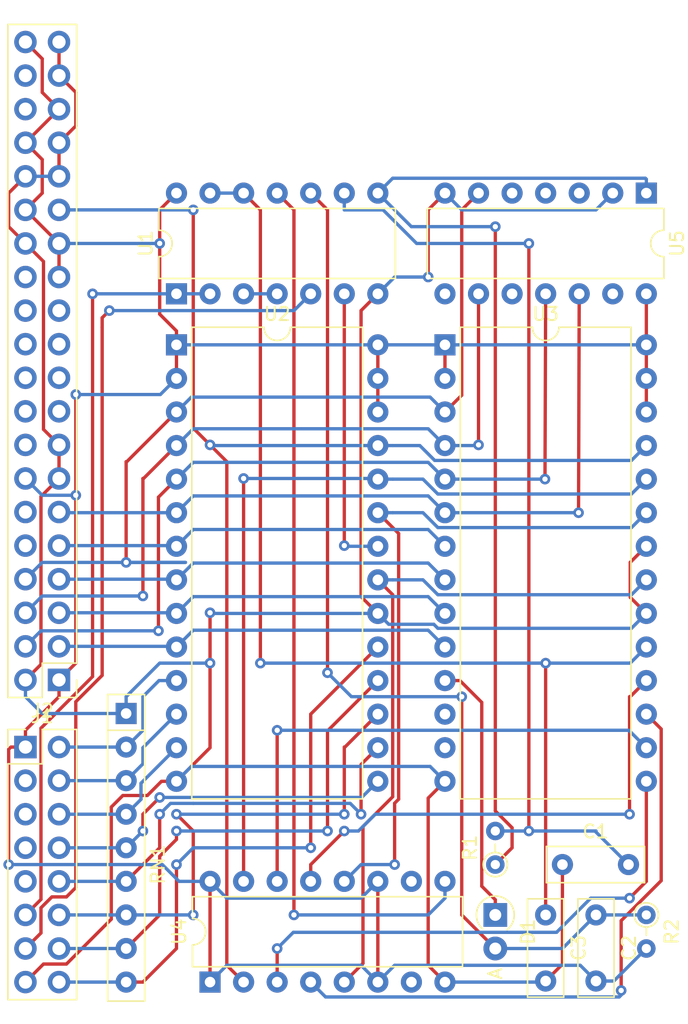
<source format=kicad_pcb>
(kicad_pcb (version 20171130) (host pcbnew "(5.1.2-1)-1")

  (general
    (thickness 1.6)
    (drawings 0)
    (tracks 439)
    (zones 0)
    (modules 14)
    (nets 65)
  )

  (page A4)
  (layers
    (0 F.Cu signal)
    (31 B.Cu signal)
    (32 B.Adhes user)
    (33 F.Adhes user)
    (34 B.Paste user)
    (35 F.Paste user)
    (36 B.SilkS user)
    (37 F.SilkS user)
    (38 B.Mask user)
    (39 F.Mask user)
    (40 Dwgs.User user)
    (41 Cmts.User user)
    (42 Eco1.User user)
    (43 Eco2.User user)
    (44 Edge.Cuts user)
    (45 Margin user)
    (46 B.CrtYd user)
    (47 F.CrtYd user)
    (48 B.Fab user)
    (49 F.Fab user)
  )

  (setup
    (last_trace_width 0.25)
    (trace_clearance 0.2)
    (zone_clearance 0.508)
    (zone_45_only no)
    (trace_min 0.2)
    (via_size 0.8)
    (via_drill 0.4)
    (via_min_size 0.4)
    (via_min_drill 0.3)
    (uvia_size 0.3)
    (uvia_drill 0.1)
    (uvias_allowed no)
    (uvia_min_size 0.2)
    (uvia_min_drill 0.1)
    (edge_width 0.05)
    (segment_width 0.2)
    (pcb_text_width 0.3)
    (pcb_text_size 1.5 1.5)
    (mod_edge_width 0.12)
    (mod_text_size 1 1)
    (mod_text_width 0.15)
    (pad_size 1.524 1.524)
    (pad_drill 0.762)
    (pad_to_mask_clearance 0.051)
    (solder_mask_min_width 0.25)
    (aux_axis_origin 0 0)
    (visible_elements FFFFFF7F)
    (pcbplotparams
      (layerselection 0x010fc_ffffffff)
      (usegerberextensions false)
      (usegerberattributes false)
      (usegerberadvancedattributes false)
      (creategerberjobfile false)
      (excludeedgelayer true)
      (linewidth 0.100000)
      (plotframeref false)
      (viasonmask false)
      (mode 1)
      (useauxorigin false)
      (hpglpennumber 1)
      (hpglpenspeed 20)
      (hpglpendiameter 15.000000)
      (psnegative false)
      (psa4output false)
      (plotreference true)
      (plotvalue true)
      (plotinvisibletext false)
      (padsonsilk false)
      (subtractmaskfromsilk false)
      (outputformat 1)
      (mirror false)
      (drillshape 1)
      (scaleselection 1)
      (outputdirectory ""))
  )

  (net 0 "")
  (net 1 "Net-(C1-Pad2)")
  (net 2 GND)
  (net 3 +5V)
  (net 4 "Net-(C2-Pad1)")
  (net 5 /~MOD)
  (net 6 /~ACK)
  (net 7 /D7)
  (net 8 /D6)
  (net 9 /~WE)
  (net 10 /D5)
  (net 11 /~SEL)
  (net 12 /D4)
  (net 13 "Net-(J1-Pad9)")
  (net 14 /D3)
  (net 15 "Net-(J1-Pad7)")
  (net 16 /D2)
  (net 17 "Net-(J1-Pad5)")
  (net 18 /D1)
  (net 19 "Net-(J1-Pad3)")
  (net 20 /D0)
  (net 21 "Net-(J2-Pad38)")
  (net 22 "Net-(J2-Pad36)")
  (net 23 /~CAPSLOCK)
  (net 24 "Net-(J2-Pad26)")
  (net 25 "Net-(J2-Pad24)")
  (net 26 "Net-(J2-Pad23)")
  (net 27 "Net-(J2-Pad22)")
  (net 28 "Net-(J2-Pad21)")
  (net 29 /KEY)
  (net 30 "Net-(J2-Pad19)")
  (net 31 "Net-(J2-Pad18)")
  (net 32 "Net-(J2-Pad17)")
  (net 33 "Net-(J2-Pad16)")
  (net 34 "Net-(J2-Pad12)")
  (net 35 /PA4)
  (net 36 "Net-(J2-Pad10)")
  (net 37 /PA3)
  (net 38 /PA7)
  (net 39 /PA2)
  (net 40 /PA6)
  (net 41 /PA1)
  (net 42 /PA5)
  (net 43 /PA0)
  (net 44 "Net-(R1-Pad1)")
  (net 45 "Net-(U1-Pad6)")
  (net 46 "Net-(U1-Pad11)")
  (net 47 "Net-(U1-Pad3)")
  (net 48 "Net-(U2-Pad24)")
  (net 49 "Net-(U2-Pad23)")
  (net 50 "Net-(U2-Pad21)")
  (net 51 "Net-(U3-Pad13)")
  (net 52 /~STB)
  (net 53 /ALT)
  (net 54 /CTL)
  (net 55 /SHIFT)
  (net 56 /~CAPS)
  (net 57 "Net-(U4-Pad7)")
  (net 58 "Net-(U4-Pad10)")
  (net 59 "Net-(U5-Pad13)")
  (net 60 "Net-(U5-Pad10)")
  (net 61 "Net-(U5-Pad8)")
  (net 62 "Net-(U5-Pad5)")
  (net 63 "Net-(U5-Pad4)")
  (net 64 "Net-(U5-Pad3)")

  (net_class Default "Esta es la clase de red por defecto."
    (clearance 0.2)
    (trace_width 0.25)
    (via_dia 0.8)
    (via_drill 0.4)
    (uvia_dia 0.3)
    (uvia_drill 0.1)
    (add_net +5V)
    (add_net /ALT)
    (add_net /CTL)
    (add_net /D0)
    (add_net /D1)
    (add_net /D2)
    (add_net /D3)
    (add_net /D4)
    (add_net /D5)
    (add_net /D6)
    (add_net /D7)
    (add_net /KEY)
    (add_net /PA0)
    (add_net /PA1)
    (add_net /PA2)
    (add_net /PA3)
    (add_net /PA4)
    (add_net /PA5)
    (add_net /PA6)
    (add_net /PA7)
    (add_net /SHIFT)
    (add_net /~ACK)
    (add_net /~CAPS)
    (add_net /~CAPSLOCK)
    (add_net /~MOD)
    (add_net /~SEL)
    (add_net /~STB)
    (add_net /~WE)
    (add_net GND)
    (add_net "Net-(C1-Pad2)")
    (add_net "Net-(C2-Pad1)")
    (add_net "Net-(J1-Pad3)")
    (add_net "Net-(J1-Pad5)")
    (add_net "Net-(J1-Pad7)")
    (add_net "Net-(J1-Pad9)")
    (add_net "Net-(J2-Pad10)")
    (add_net "Net-(J2-Pad12)")
    (add_net "Net-(J2-Pad16)")
    (add_net "Net-(J2-Pad17)")
    (add_net "Net-(J2-Pad18)")
    (add_net "Net-(J2-Pad19)")
    (add_net "Net-(J2-Pad21)")
    (add_net "Net-(J2-Pad22)")
    (add_net "Net-(J2-Pad23)")
    (add_net "Net-(J2-Pad24)")
    (add_net "Net-(J2-Pad26)")
    (add_net "Net-(J2-Pad36)")
    (add_net "Net-(J2-Pad38)")
    (add_net "Net-(R1-Pad1)")
    (add_net "Net-(U1-Pad11)")
    (add_net "Net-(U1-Pad3)")
    (add_net "Net-(U1-Pad6)")
    (add_net "Net-(U2-Pad21)")
    (add_net "Net-(U2-Pad23)")
    (add_net "Net-(U2-Pad24)")
    (add_net "Net-(U3-Pad13)")
    (add_net "Net-(U4-Pad10)")
    (add_net "Net-(U4-Pad7)")
    (add_net "Net-(U5-Pad10)")
    (add_net "Net-(U5-Pad13)")
    (add_net "Net-(U5-Pad3)")
    (add_net "Net-(U5-Pad4)")
    (add_net "Net-(U5-Pad5)")
    (add_net "Net-(U5-Pad8)")
  )

  (module Package_DIP:DIP-16_W7.62mm (layer F.Cu) (tedit 5A02E8C5) (tstamp 608B4DA1)
    (at 111.76 74.93 90)
    (descr "16-lead though-hole mounted DIP package, row spacing 7.62 mm (300 mils)")
    (tags "THT DIP DIL PDIP 2.54mm 7.62mm 300mil")
    (path /608D859E)
    (fp_text reference U4 (at 3.81 -2.33 90) (layer F.SilkS)
      (effects (font (size 1 1) (thickness 0.15)))
    )
    (fp_text value 74HC174 (at 3.81 20.11 90) (layer F.Fab)
      (effects (font (size 1 1) (thickness 0.15)))
    )
    (fp_text user %R (at 3.81 8.89 90) (layer F.Fab)
      (effects (font (size 1 1) (thickness 0.15)))
    )
    (fp_line (start 8.7 -1.55) (end -1.1 -1.55) (layer F.CrtYd) (width 0.05))
    (fp_line (start 8.7 19.3) (end 8.7 -1.55) (layer F.CrtYd) (width 0.05))
    (fp_line (start -1.1 19.3) (end 8.7 19.3) (layer F.CrtYd) (width 0.05))
    (fp_line (start -1.1 -1.55) (end -1.1 19.3) (layer F.CrtYd) (width 0.05))
    (fp_line (start 6.46 -1.33) (end 4.81 -1.33) (layer F.SilkS) (width 0.12))
    (fp_line (start 6.46 19.11) (end 6.46 -1.33) (layer F.SilkS) (width 0.12))
    (fp_line (start 1.16 19.11) (end 6.46 19.11) (layer F.SilkS) (width 0.12))
    (fp_line (start 1.16 -1.33) (end 1.16 19.11) (layer F.SilkS) (width 0.12))
    (fp_line (start 2.81 -1.33) (end 1.16 -1.33) (layer F.SilkS) (width 0.12))
    (fp_line (start 0.635 -0.27) (end 1.635 -1.27) (layer F.Fab) (width 0.1))
    (fp_line (start 0.635 19.05) (end 0.635 -0.27) (layer F.Fab) (width 0.1))
    (fp_line (start 6.985 19.05) (end 0.635 19.05) (layer F.Fab) (width 0.1))
    (fp_line (start 6.985 -1.27) (end 6.985 19.05) (layer F.Fab) (width 0.1))
    (fp_line (start 1.635 -1.27) (end 6.985 -1.27) (layer F.Fab) (width 0.1))
    (fp_arc (start 3.81 -1.33) (end 2.81 -1.33) (angle -180) (layer F.SilkS) (width 0.12))
    (pad 16 thru_hole oval (at 7.62 0 90) (size 1.6 1.6) (drill 0.8) (layers *.Cu *.Mask)
      (net 3 +5V))
    (pad 8 thru_hole oval (at 0 17.78 90) (size 1.6 1.6) (drill 0.8) (layers *.Cu *.Mask)
      (net 2 GND))
    (pad 15 thru_hole oval (at 7.62 2.54 90) (size 1.6 1.6) (drill 0.8) (layers *.Cu *.Mask)
      (net 48 "Net-(U2-Pad24)"))
    (pad 7 thru_hole oval (at 0 15.24 90) (size 1.6 1.6) (drill 0.8) (layers *.Cu *.Mask)
      (net 57 "Net-(U4-Pad7)"))
    (pad 14 thru_hole oval (at 7.62 5.08 90) (size 1.6 1.6) (drill 0.8) (layers *.Cu *.Mask)
      (net 55 /SHIFT))
    (pad 6 thru_hole oval (at 0 12.7 90) (size 1.6 1.6) (drill 0.8) (layers *.Cu *.Mask)
      (net 3 +5V))
    (pad 13 thru_hole oval (at 7.62 7.62 90) (size 1.6 1.6) (drill 0.8) (layers *.Cu *.Mask)
      (net 53 /ALT))
    (pad 5 thru_hole oval (at 0 10.16 90) (size 1.6 1.6) (drill 0.8) (layers *.Cu *.Mask)
      (net 50 "Net-(U2-Pad21)"))
    (pad 12 thru_hole oval (at 7.62 10.16 90) (size 1.6 1.6) (drill 0.8) (layers *.Cu *.Mask)
      (net 49 "Net-(U2-Pad23)"))
    (pad 4 thru_hole oval (at 0 7.62 90) (size 1.6 1.6) (drill 0.8) (layers *.Cu *.Mask)
      (net 54 /CTL))
    (pad 11 thru_hole oval (at 7.62 12.7 90) (size 1.6 1.6) (drill 0.8) (layers *.Cu *.Mask)
      (net 3 +5V))
    (pad 3 thru_hole oval (at 0 5.08 90) (size 1.6 1.6) (drill 0.8) (layers *.Cu *.Mask)
      (net 56 /~CAPS))
    (pad 10 thru_hole oval (at 7.62 15.24 90) (size 1.6 1.6) (drill 0.8) (layers *.Cu *.Mask)
      (net 58 "Net-(U4-Pad10)"))
    (pad 2 thru_hole oval (at 0 2.54 90) (size 1.6 1.6) (drill 0.8) (layers *.Cu *.Mask)
      (net 23 /~CAPSLOCK))
    (pad 9 thru_hole oval (at 7.62 17.78 90) (size 1.6 1.6) (drill 0.8) (layers *.Cu *.Mask)
      (net 46 "Net-(U1-Pad11)"))
    (pad 1 thru_hole rect (at 0 0 90) (size 1.6 1.6) (drill 0.8) (layers *.Cu *.Mask)
      (net 3 +5V))
    (model ${KISYS3DMOD}/Package_DIP.3dshapes/DIP-16_W7.62mm.wrl
      (at (xyz 0 0 0))
      (scale (xyz 1 1 1))
      (rotate (xyz 0 0 0))
    )
  )

  (module Package_DIP:DIP-14_W7.62mm (layer F.Cu) (tedit 5A02E8C5) (tstamp 608B5ED5)
    (at 144.78 15.24 270)
    (descr "14-lead though-hole mounted DIP package, row spacing 7.62 mm (300 mils)")
    (tags "THT DIP DIL PDIP 2.54mm 7.62mm 300mil")
    (path /609200A0)
    (fp_text reference U5 (at 3.81 -2.33 90) (layer F.SilkS)
      (effects (font (size 1 1) (thickness 0.15)))
    )
    (fp_text value 74HC4024 (at 3.81 17.57 90) (layer F.Fab)
      (effects (font (size 1 1) (thickness 0.15)))
    )
    (fp_text user %R (at 3.81 7.62 90) (layer F.Fab)
      (effects (font (size 1 1) (thickness 0.15)))
    )
    (fp_line (start 8.7 -1.55) (end -1.1 -1.55) (layer F.CrtYd) (width 0.05))
    (fp_line (start 8.7 16.8) (end 8.7 -1.55) (layer F.CrtYd) (width 0.05))
    (fp_line (start -1.1 16.8) (end 8.7 16.8) (layer F.CrtYd) (width 0.05))
    (fp_line (start -1.1 -1.55) (end -1.1 16.8) (layer F.CrtYd) (width 0.05))
    (fp_line (start 6.46 -1.33) (end 4.81 -1.33) (layer F.SilkS) (width 0.12))
    (fp_line (start 6.46 16.57) (end 6.46 -1.33) (layer F.SilkS) (width 0.12))
    (fp_line (start 1.16 16.57) (end 6.46 16.57) (layer F.SilkS) (width 0.12))
    (fp_line (start 1.16 -1.33) (end 1.16 16.57) (layer F.SilkS) (width 0.12))
    (fp_line (start 2.81 -1.33) (end 1.16 -1.33) (layer F.SilkS) (width 0.12))
    (fp_line (start 0.635 -0.27) (end 1.635 -1.27) (layer F.Fab) (width 0.1))
    (fp_line (start 0.635 16.51) (end 0.635 -0.27) (layer F.Fab) (width 0.1))
    (fp_line (start 6.985 16.51) (end 0.635 16.51) (layer F.Fab) (width 0.1))
    (fp_line (start 6.985 -1.27) (end 6.985 16.51) (layer F.Fab) (width 0.1))
    (fp_line (start 1.635 -1.27) (end 6.985 -1.27) (layer F.Fab) (width 0.1))
    (fp_arc (start 3.81 -1.33) (end 2.81 -1.33) (angle -180) (layer F.SilkS) (width 0.12))
    (pad 14 thru_hole oval (at 7.62 0 270) (size 1.6 1.6) (drill 0.8) (layers *.Cu *.Mask)
      (net 3 +5V))
    (pad 7 thru_hole oval (at 0 15.24 270) (size 1.6 1.6) (drill 0.8) (layers *.Cu *.Mask)
      (net 2 GND))
    (pad 13 thru_hole oval (at 7.62 2.54 270) (size 1.6 1.6) (drill 0.8) (layers *.Cu *.Mask)
      (net 59 "Net-(U5-Pad13)"))
    (pad 6 thru_hole oval (at 0 12.7 270) (size 1.6 1.6) (drill 0.8) (layers *.Cu *.Mask)
      (net 38 /PA7))
    (pad 12 thru_hole oval (at 7.62 5.08 270) (size 1.6 1.6) (drill 0.8) (layers *.Cu *.Mask)
      (net 35 /PA4))
    (pad 5 thru_hole oval (at 0 10.16 270) (size 1.6 1.6) (drill 0.8) (layers *.Cu *.Mask)
      (net 62 "Net-(U5-Pad5)"))
    (pad 11 thru_hole oval (at 7.62 7.62 270) (size 1.6 1.6) (drill 0.8) (layers *.Cu *.Mask)
      (net 42 /PA5))
    (pad 4 thru_hole oval (at 0 7.62 270) (size 1.6 1.6) (drill 0.8) (layers *.Cu *.Mask)
      (net 63 "Net-(U5-Pad4)"))
    (pad 10 thru_hole oval (at 7.62 10.16 270) (size 1.6 1.6) (drill 0.8) (layers *.Cu *.Mask)
      (net 60 "Net-(U5-Pad10)"))
    (pad 3 thru_hole oval (at 0 5.08 270) (size 1.6 1.6) (drill 0.8) (layers *.Cu *.Mask)
      (net 64 "Net-(U5-Pad3)"))
    (pad 9 thru_hole oval (at 7.62 12.7 270) (size 1.6 1.6) (drill 0.8) (layers *.Cu *.Mask)
      (net 40 /PA6))
    (pad 2 thru_hole oval (at 0 2.54 270) (size 1.6 1.6) (drill 0.8) (layers *.Cu *.Mask)
      (net 2 GND))
    (pad 8 thru_hole oval (at 7.62 15.24 270) (size 1.6 1.6) (drill 0.8) (layers *.Cu *.Mask)
      (net 61 "Net-(U5-Pad8)"))
    (pad 1 thru_hole rect (at 0 0 270) (size 1.6 1.6) (drill 0.8) (layers *.Cu *.Mask)
      (net 44 "Net-(R1-Pad1)"))
    (model ${KISYS3DMOD}/Package_DIP.3dshapes/DIP-14_W7.62mm.wrl
      (at (xyz 0 0 0))
      (scale (xyz 1 1 1))
      (rotate (xyz 0 0 0))
    )
  )

  (module Package_DIP:DIP-28_W15.24mm (layer F.Cu) (tedit 5A02E8C5) (tstamp 608B4D7D)
    (at 129.54 26.72)
    (descr "28-lead though-hole mounted DIP package, row spacing 15.24 mm (600 mils)")
    (tags "THT DIP DIL PDIP 2.54mm 15.24mm 600mil")
    (path /608BDF33)
    (fp_text reference U3 (at 7.62 -2.33) (layer F.SilkS)
      (effects (font (size 1 1) (thickness 0.15)))
    )
    (fp_text value 27C512 (at 7.62 35.35) (layer F.Fab)
      (effects (font (size 1 1) (thickness 0.15)))
    )
    (fp_text user %R (at 7.62 16.51) (layer F.Fab)
      (effects (font (size 1 1) (thickness 0.15)))
    )
    (fp_line (start 16.3 -1.55) (end -1.05 -1.55) (layer F.CrtYd) (width 0.05))
    (fp_line (start 16.3 34.55) (end 16.3 -1.55) (layer F.CrtYd) (width 0.05))
    (fp_line (start -1.05 34.55) (end 16.3 34.55) (layer F.CrtYd) (width 0.05))
    (fp_line (start -1.05 -1.55) (end -1.05 34.55) (layer F.CrtYd) (width 0.05))
    (fp_line (start 14.08 -1.33) (end 8.62 -1.33) (layer F.SilkS) (width 0.12))
    (fp_line (start 14.08 34.35) (end 14.08 -1.33) (layer F.SilkS) (width 0.12))
    (fp_line (start 1.16 34.35) (end 14.08 34.35) (layer F.SilkS) (width 0.12))
    (fp_line (start 1.16 -1.33) (end 1.16 34.35) (layer F.SilkS) (width 0.12))
    (fp_line (start 6.62 -1.33) (end 1.16 -1.33) (layer F.SilkS) (width 0.12))
    (fp_line (start 0.255 -0.27) (end 1.255 -1.27) (layer F.Fab) (width 0.1))
    (fp_line (start 0.255 34.29) (end 0.255 -0.27) (layer F.Fab) (width 0.1))
    (fp_line (start 14.985 34.29) (end 0.255 34.29) (layer F.Fab) (width 0.1))
    (fp_line (start 14.985 -1.27) (end 14.985 34.29) (layer F.Fab) (width 0.1))
    (fp_line (start 1.255 -1.27) (end 14.985 -1.27) (layer F.Fab) (width 0.1))
    (fp_arc (start 7.62 -1.33) (end 6.62 -1.33) (angle -180) (layer F.SilkS) (width 0.12))
    (pad 28 thru_hole oval (at 15.24 0) (size 1.6 1.6) (drill 0.8) (layers *.Cu *.Mask)
      (net 3 +5V))
    (pad 14 thru_hole oval (at 0 33.02) (size 1.6 1.6) (drill 0.8) (layers *.Cu *.Mask)
      (net 2 GND))
    (pad 27 thru_hole oval (at 15.24 2.54) (size 1.6 1.6) (drill 0.8) (layers *.Cu *.Mask)
      (net 3 +5V))
    (pad 13 thru_hole oval (at 0 30.48) (size 1.6 1.6) (drill 0.8) (layers *.Cu *.Mask)
      (net 51 "Net-(U3-Pad13)"))
    (pad 26 thru_hole oval (at 15.24 5.08) (size 1.6 1.6) (drill 0.8) (layers *.Cu *.Mask)
      (net 3 +5V))
    (pad 12 thru_hole oval (at 0 27.94) (size 1.6 1.6) (drill 0.8) (layers *.Cu *.Mask)
      (net 52 /~STB))
    (pad 25 thru_hole oval (at 15.24 7.62) (size 1.6 1.6) (drill 0.8) (layers *.Cu *.Mask)
      (net 23 /~CAPSLOCK))
    (pad 11 thru_hole oval (at 0 25.4) (size 1.6 1.6) (drill 0.8) (layers *.Cu *.Mask)
      (net 6 /~ACK))
    (pad 24 thru_hole oval (at 15.24 10.16) (size 1.6 1.6) (drill 0.8) (layers *.Cu *.Mask)
      (net 48 "Net-(U2-Pad24)"))
    (pad 10 thru_hole oval (at 0 22.86) (size 1.6 1.6) (drill 0.8) (layers *.Cu *.Mask)
      (net 43 /PA0))
    (pad 23 thru_hole oval (at 15.24 12.7) (size 1.6 1.6) (drill 0.8) (layers *.Cu *.Mask)
      (net 49 "Net-(U2-Pad23)"))
    (pad 9 thru_hole oval (at 0 20.32) (size 1.6 1.6) (drill 0.8) (layers *.Cu *.Mask)
      (net 41 /PA1))
    (pad 22 thru_hole oval (at 15.24 15.24) (size 1.6 1.6) (drill 0.8) (layers *.Cu *.Mask)
      (net 2 GND))
    (pad 8 thru_hole oval (at 0 17.78) (size 1.6 1.6) (drill 0.8) (layers *.Cu *.Mask)
      (net 39 /PA2))
    (pad 21 thru_hole oval (at 15.24 17.78) (size 1.6 1.6) (drill 0.8) (layers *.Cu *.Mask)
      (net 50 "Net-(U2-Pad21)"))
    (pad 7 thru_hole oval (at 0 15.24) (size 1.6 1.6) (drill 0.8) (layers *.Cu *.Mask)
      (net 37 /PA3))
    (pad 20 thru_hole oval (at 15.24 20.32) (size 1.6 1.6) (drill 0.8) (layers *.Cu *.Mask)
      (net 2 GND))
    (pad 6 thru_hole oval (at 0 12.7) (size 1.6 1.6) (drill 0.8) (layers *.Cu *.Mask)
      (net 35 /PA4))
    (pad 19 thru_hole oval (at 15.24 22.86) (size 1.6 1.6) (drill 0.8) (layers *.Cu *.Mask)
      (net 5 /~MOD))
    (pad 5 thru_hole oval (at 0 10.16) (size 1.6 1.6) (drill 0.8) (layers *.Cu *.Mask)
      (net 42 /PA5))
    (pad 18 thru_hole oval (at 15.24 25.4) (size 1.6 1.6) (drill 0.8) (layers *.Cu *.Mask)
      (net 53 /ALT))
    (pad 4 thru_hole oval (at 0 7.62) (size 1.6 1.6) (drill 0.8) (layers *.Cu *.Mask)
      (net 40 /PA6))
    (pad 17 thru_hole oval (at 15.24 27.94) (size 1.6 1.6) (drill 0.8) (layers *.Cu *.Mask)
      (net 54 /CTL))
    (pad 3 thru_hole oval (at 0 5.08) (size 1.6 1.6) (drill 0.8) (layers *.Cu *.Mask)
      (net 38 /PA7))
    (pad 16 thru_hole oval (at 15.24 30.48) (size 1.6 1.6) (drill 0.8) (layers *.Cu *.Mask)
      (net 55 /SHIFT))
    (pad 2 thru_hole oval (at 0 2.54) (size 1.6 1.6) (drill 0.8) (layers *.Cu *.Mask)
      (net 3 +5V))
    (pad 15 thru_hole oval (at 15.24 33.02) (size 1.6 1.6) (drill 0.8) (layers *.Cu *.Mask)
      (net 56 /~CAPS))
    (pad 1 thru_hole rect (at 0 0) (size 1.6 1.6) (drill 0.8) (layers *.Cu *.Mask)
      (net 3 +5V))
    (model ${KISYS3DMOD}/Package_DIP.3dshapes/DIP-28_W15.24mm.wrl
      (at (xyz 0 0 0))
      (scale (xyz 1 1 1))
      (rotate (xyz 0 0 0))
    )
  )

  (module Package_DIP:DIP-28_W15.24mm (layer F.Cu) (tedit 5A02E8C5) (tstamp 608B4D4D)
    (at 109.22 26.72)
    (descr "28-lead though-hole mounted DIP package, row spacing 15.24 mm (600 mils)")
    (tags "THT DIP DIL PDIP 2.54mm 15.24mm 600mil")
    (path /608BE570)
    (fp_text reference U2 (at 7.62 -2.33) (layer F.SilkS)
      (effects (font (size 1 1) (thickness 0.15)))
    )
    (fp_text value 27C512 (at 7.62 35.35) (layer F.Fab)
      (effects (font (size 1 1) (thickness 0.15)))
    )
    (fp_text user %R (at 7.62 16.51) (layer F.Fab)
      (effects (font (size 1 1) (thickness 0.15)))
    )
    (fp_line (start 16.3 -1.55) (end -1.05 -1.55) (layer F.CrtYd) (width 0.05))
    (fp_line (start 16.3 34.55) (end 16.3 -1.55) (layer F.CrtYd) (width 0.05))
    (fp_line (start -1.05 34.55) (end 16.3 34.55) (layer F.CrtYd) (width 0.05))
    (fp_line (start -1.05 -1.55) (end -1.05 34.55) (layer F.CrtYd) (width 0.05))
    (fp_line (start 14.08 -1.33) (end 8.62 -1.33) (layer F.SilkS) (width 0.12))
    (fp_line (start 14.08 34.35) (end 14.08 -1.33) (layer F.SilkS) (width 0.12))
    (fp_line (start 1.16 34.35) (end 14.08 34.35) (layer F.SilkS) (width 0.12))
    (fp_line (start 1.16 -1.33) (end 1.16 34.35) (layer F.SilkS) (width 0.12))
    (fp_line (start 6.62 -1.33) (end 1.16 -1.33) (layer F.SilkS) (width 0.12))
    (fp_line (start 0.255 -0.27) (end 1.255 -1.27) (layer F.Fab) (width 0.1))
    (fp_line (start 0.255 34.29) (end 0.255 -0.27) (layer F.Fab) (width 0.1))
    (fp_line (start 14.985 34.29) (end 0.255 34.29) (layer F.Fab) (width 0.1))
    (fp_line (start 14.985 -1.27) (end 14.985 34.29) (layer F.Fab) (width 0.1))
    (fp_line (start 1.255 -1.27) (end 14.985 -1.27) (layer F.Fab) (width 0.1))
    (fp_arc (start 7.62 -1.33) (end 6.62 -1.33) (angle -180) (layer F.SilkS) (width 0.12))
    (pad 28 thru_hole oval (at 15.24 0) (size 1.6 1.6) (drill 0.8) (layers *.Cu *.Mask)
      (net 3 +5V))
    (pad 14 thru_hole oval (at 0 33.02) (size 1.6 1.6) (drill 0.8) (layers *.Cu *.Mask)
      (net 2 GND))
    (pad 27 thru_hole oval (at 15.24 2.54) (size 1.6 1.6) (drill 0.8) (layers *.Cu *.Mask)
      (net 3 +5V))
    (pad 13 thru_hole oval (at 0 30.48) (size 1.6 1.6) (drill 0.8) (layers *.Cu *.Mask)
      (net 16 /D2))
    (pad 26 thru_hole oval (at 15.24 5.08) (size 1.6 1.6) (drill 0.8) (layers *.Cu *.Mask)
      (net 3 +5V))
    (pad 12 thru_hole oval (at 0 27.94) (size 1.6 1.6) (drill 0.8) (layers *.Cu *.Mask)
      (net 18 /D1))
    (pad 25 thru_hole oval (at 15.24 7.62) (size 1.6 1.6) (drill 0.8) (layers *.Cu *.Mask)
      (net 23 /~CAPSLOCK))
    (pad 11 thru_hole oval (at 0 25.4) (size 1.6 1.6) (drill 0.8) (layers *.Cu *.Mask)
      (net 20 /D0))
    (pad 24 thru_hole oval (at 15.24 10.16) (size 1.6 1.6) (drill 0.8) (layers *.Cu *.Mask)
      (net 48 "Net-(U2-Pad24)"))
    (pad 10 thru_hole oval (at 0 22.86) (size 1.6 1.6) (drill 0.8) (layers *.Cu *.Mask)
      (net 43 /PA0))
    (pad 23 thru_hole oval (at 15.24 12.7) (size 1.6 1.6) (drill 0.8) (layers *.Cu *.Mask)
      (net 49 "Net-(U2-Pad23)"))
    (pad 9 thru_hole oval (at 0 20.32) (size 1.6 1.6) (drill 0.8) (layers *.Cu *.Mask)
      (net 41 /PA1))
    (pad 22 thru_hole oval (at 15.24 15.24) (size 1.6 1.6) (drill 0.8) (layers *.Cu *.Mask)
      (net 45 "Net-(U1-Pad6)"))
    (pad 8 thru_hole oval (at 0 17.78) (size 1.6 1.6) (drill 0.8) (layers *.Cu *.Mask)
      (net 39 /PA2))
    (pad 21 thru_hole oval (at 15.24 17.78) (size 1.6 1.6) (drill 0.8) (layers *.Cu *.Mask)
      (net 50 "Net-(U2-Pad21)"))
    (pad 7 thru_hole oval (at 0 15.24) (size 1.6 1.6) (drill 0.8) (layers *.Cu *.Mask)
      (net 37 /PA3))
    (pad 20 thru_hole oval (at 15.24 20.32) (size 1.6 1.6) (drill 0.8) (layers *.Cu *.Mask)
      (net 2 GND))
    (pad 6 thru_hole oval (at 0 12.7) (size 1.6 1.6) (drill 0.8) (layers *.Cu *.Mask)
      (net 35 /PA4))
    (pad 19 thru_hole oval (at 15.24 22.86) (size 1.6 1.6) (drill 0.8) (layers *.Cu *.Mask)
      (net 7 /D7))
    (pad 5 thru_hole oval (at 0 10.16) (size 1.6 1.6) (drill 0.8) (layers *.Cu *.Mask)
      (net 42 /PA5))
    (pad 18 thru_hole oval (at 15.24 25.4) (size 1.6 1.6) (drill 0.8) (layers *.Cu *.Mask)
      (net 8 /D6))
    (pad 4 thru_hole oval (at 0 7.62) (size 1.6 1.6) (drill 0.8) (layers *.Cu *.Mask)
      (net 40 /PA6))
    (pad 17 thru_hole oval (at 15.24 27.94) (size 1.6 1.6) (drill 0.8) (layers *.Cu *.Mask)
      (net 10 /D5))
    (pad 3 thru_hole oval (at 0 5.08) (size 1.6 1.6) (drill 0.8) (layers *.Cu *.Mask)
      (net 38 /PA7))
    (pad 16 thru_hole oval (at 15.24 30.48) (size 1.6 1.6) (drill 0.8) (layers *.Cu *.Mask)
      (net 12 /D4))
    (pad 2 thru_hole oval (at 0 2.54) (size 1.6 1.6) (drill 0.8) (layers *.Cu *.Mask)
      (net 3 +5V))
    (pad 15 thru_hole oval (at 15.24 33.02) (size 1.6 1.6) (drill 0.8) (layers *.Cu *.Mask)
      (net 14 /D3))
    (pad 1 thru_hole rect (at 0 0) (size 1.6 1.6) (drill 0.8) (layers *.Cu *.Mask)
      (net 3 +5V))
    (model ${KISYS3DMOD}/Package_DIP.3dshapes/DIP-28_W15.24mm.wrl
      (at (xyz 0 0 0))
      (scale (xyz 1 1 1))
      (rotate (xyz 0 0 0))
    )
  )

  (module Package_DIP:DIP-14_W7.62mm (layer F.Cu) (tedit 5A02E8C5) (tstamp 608B4D1D)
    (at 109.22 22.86 90)
    (descr "14-lead though-hole mounted DIP package, row spacing 7.62 mm (300 mils)")
    (tags "THT DIP DIL PDIP 2.54mm 7.62mm 300mil")
    (path /608AFF5B)
    (fp_text reference U1 (at 3.81 -2.33 90) (layer F.SilkS)
      (effects (font (size 1 1) (thickness 0.15)))
    )
    (fp_text value 74HC132 (at 3.81 17.57 90) (layer F.Fab)
      (effects (font (size 1 1) (thickness 0.15)))
    )
    (fp_text user %R (at 3.81 7.62 90) (layer F.Fab)
      (effects (font (size 1 1) (thickness 0.15)))
    )
    (fp_line (start 8.7 -1.55) (end -1.1 -1.55) (layer F.CrtYd) (width 0.05))
    (fp_line (start 8.7 16.8) (end 8.7 -1.55) (layer F.CrtYd) (width 0.05))
    (fp_line (start -1.1 16.8) (end 8.7 16.8) (layer F.CrtYd) (width 0.05))
    (fp_line (start -1.1 -1.55) (end -1.1 16.8) (layer F.CrtYd) (width 0.05))
    (fp_line (start 6.46 -1.33) (end 4.81 -1.33) (layer F.SilkS) (width 0.12))
    (fp_line (start 6.46 16.57) (end 6.46 -1.33) (layer F.SilkS) (width 0.12))
    (fp_line (start 1.16 16.57) (end 6.46 16.57) (layer F.SilkS) (width 0.12))
    (fp_line (start 1.16 -1.33) (end 1.16 16.57) (layer F.SilkS) (width 0.12))
    (fp_line (start 2.81 -1.33) (end 1.16 -1.33) (layer F.SilkS) (width 0.12))
    (fp_line (start 0.635 -0.27) (end 1.635 -1.27) (layer F.Fab) (width 0.1))
    (fp_line (start 0.635 16.51) (end 0.635 -0.27) (layer F.Fab) (width 0.1))
    (fp_line (start 6.985 16.51) (end 0.635 16.51) (layer F.Fab) (width 0.1))
    (fp_line (start 6.985 -1.27) (end 6.985 16.51) (layer F.Fab) (width 0.1))
    (fp_line (start 1.635 -1.27) (end 6.985 -1.27) (layer F.Fab) (width 0.1))
    (fp_arc (start 3.81 -1.33) (end 2.81 -1.33) (angle -180) (layer F.SilkS) (width 0.12))
    (pad 14 thru_hole oval (at 7.62 0 90) (size 1.6 1.6) (drill 0.8) (layers *.Cu *.Mask)
      (net 3 +5V))
    (pad 7 thru_hole oval (at 0 15.24 90) (size 1.6 1.6) (drill 0.8) (layers *.Cu *.Mask)
      (net 2 GND))
    (pad 13 thru_hole oval (at 7.62 2.54 90) (size 1.6 1.6) (drill 0.8) (layers *.Cu *.Mask)
      (net 5 /~MOD))
    (pad 6 thru_hole oval (at 0 12.7 90) (size 1.6 1.6) (drill 0.8) (layers *.Cu *.Mask)
      (net 45 "Net-(U1-Pad6)"))
    (pad 12 thru_hole oval (at 7.62 5.08 90) (size 1.6 1.6) (drill 0.8) (layers *.Cu *.Mask)
      (net 5 /~MOD))
    (pad 5 thru_hole oval (at 0 10.16 90) (size 1.6 1.6) (drill 0.8) (layers *.Cu *.Mask)
      (net 9 /~WE))
    (pad 11 thru_hole oval (at 7.62 7.62 90) (size 1.6 1.6) (drill 0.8) (layers *.Cu *.Mask)
      (net 46 "Net-(U1-Pad11)"))
    (pad 4 thru_hole oval (at 0 7.62 90) (size 1.6 1.6) (drill 0.8) (layers *.Cu *.Mask)
      (net 47 "Net-(U1-Pad3)"))
    (pad 10 thru_hole oval (at 7.62 10.16 90) (size 1.6 1.6) (drill 0.8) (layers *.Cu *.Mask)
      (net 4 "Net-(C2-Pad1)"))
    (pad 3 thru_hole oval (at 0 5.08 90) (size 1.6 1.6) (drill 0.8) (layers *.Cu *.Mask)
      (net 47 "Net-(U1-Pad3)"))
    (pad 9 thru_hole oval (at 7.62 12.7 90) (size 1.6 1.6) (drill 0.8) (layers *.Cu *.Mask)
      (net 1 "Net-(C1-Pad2)"))
    (pad 2 thru_hole oval (at 0 2.54 90) (size 1.6 1.6) (drill 0.8) (layers *.Cu *.Mask)
      (net 11 /~SEL))
    (pad 8 thru_hole oval (at 7.62 15.24 90) (size 1.6 1.6) (drill 0.8) (layers *.Cu *.Mask)
      (net 44 "Net-(R1-Pad1)"))
    (pad 1 thru_hole rect (at 0 0 90) (size 1.6 1.6) (drill 0.8) (layers *.Cu *.Mask)
      (net 11 /~SEL))
    (model ${KISYS3DMOD}/Package_DIP.3dshapes/DIP-14_W7.62mm.wrl
      (at (xyz 0 0 0))
      (scale (xyz 1 1 1))
      (rotate (xyz 0 0 0))
    )
  )

  (module Resistor_THT:R_Array_SIP9 (layer F.Cu) (tedit 5A14249F) (tstamp 608B4CFB)
    (at 105.41 54.61 270)
    (descr "9-pin Resistor SIP pack")
    (tags R)
    (path /609B6A7C)
    (fp_text reference RN1 (at 11.43 -2.4 90) (layer F.SilkS)
      (effects (font (size 1 1) (thickness 0.15)))
    )
    (fp_text value 220K (at 11.43 2.4 90) (layer F.Fab)
      (effects (font (size 1 1) (thickness 0.15)))
    )
    (fp_line (start 22.05 -1.65) (end -1.7 -1.65) (layer F.CrtYd) (width 0.05))
    (fp_line (start 22.05 1.65) (end 22.05 -1.65) (layer F.CrtYd) (width 0.05))
    (fp_line (start -1.7 1.65) (end 22.05 1.65) (layer F.CrtYd) (width 0.05))
    (fp_line (start -1.7 -1.65) (end -1.7 1.65) (layer F.CrtYd) (width 0.05))
    (fp_line (start 1.27 -1.4) (end 1.27 1.4) (layer F.SilkS) (width 0.12))
    (fp_line (start 21.76 -1.4) (end -1.44 -1.4) (layer F.SilkS) (width 0.12))
    (fp_line (start 21.76 1.4) (end 21.76 -1.4) (layer F.SilkS) (width 0.12))
    (fp_line (start -1.44 1.4) (end 21.76 1.4) (layer F.SilkS) (width 0.12))
    (fp_line (start -1.44 -1.4) (end -1.44 1.4) (layer F.SilkS) (width 0.12))
    (fp_line (start 1.27 -1.25) (end 1.27 1.25) (layer F.Fab) (width 0.1))
    (fp_line (start 21.61 -1.25) (end -1.29 -1.25) (layer F.Fab) (width 0.1))
    (fp_line (start 21.61 1.25) (end 21.61 -1.25) (layer F.Fab) (width 0.1))
    (fp_line (start -1.29 1.25) (end 21.61 1.25) (layer F.Fab) (width 0.1))
    (fp_line (start -1.29 -1.25) (end -1.29 1.25) (layer F.Fab) (width 0.1))
    (fp_text user %R (at 10.16 0 90) (layer F.Fab)
      (effects (font (size 1 1) (thickness 0.15)))
    )
    (pad 9 thru_hole oval (at 20.32 0 270) (size 1.6 1.6) (drill 0.8) (layers *.Cu *.Mask)
      (net 7 /D7))
    (pad 8 thru_hole oval (at 17.78 0 270) (size 1.6 1.6) (drill 0.8) (layers *.Cu *.Mask)
      (net 8 /D6))
    (pad 7 thru_hole oval (at 15.24 0 270) (size 1.6 1.6) (drill 0.8) (layers *.Cu *.Mask)
      (net 10 /D5))
    (pad 6 thru_hole oval (at 12.7 0 270) (size 1.6 1.6) (drill 0.8) (layers *.Cu *.Mask)
      (net 12 /D4))
    (pad 5 thru_hole oval (at 10.16 0 270) (size 1.6 1.6) (drill 0.8) (layers *.Cu *.Mask)
      (net 14 /D3))
    (pad 4 thru_hole oval (at 7.62 0 270) (size 1.6 1.6) (drill 0.8) (layers *.Cu *.Mask)
      (net 16 /D2))
    (pad 3 thru_hole oval (at 5.08 0 270) (size 1.6 1.6) (drill 0.8) (layers *.Cu *.Mask)
      (net 18 /D1))
    (pad 2 thru_hole oval (at 2.54 0 270) (size 1.6 1.6) (drill 0.8) (layers *.Cu *.Mask)
      (net 20 /D0))
    (pad 1 thru_hole rect (at 0 0 270) (size 1.6 1.6) (drill 0.8) (layers *.Cu *.Mask)
      (net 2 GND))
    (model ${KISYS3DMOD}/Resistor_THT.3dshapes/R_Array_SIP9.wrl
      (at (xyz 0 0 0))
      (scale (xyz 1 1 1))
      (rotate (xyz 0 0 0))
    )
  )

  (module Resistor_THT:R_Axial_DIN0204_L3.6mm_D1.6mm_P2.54mm_Vertical (layer F.Cu) (tedit 5AE5139B) (tstamp 608B4CDF)
    (at 144.78 69.85 270)
    (descr "Resistor, Axial_DIN0204 series, Axial, Vertical, pin pitch=2.54mm, 0.167W, length*diameter=3.6*1.6mm^2, http://cdn-reichelt.de/documents/datenblatt/B400/1_4W%23YAG.pdf")
    (tags "Resistor Axial_DIN0204 series Axial Vertical pin pitch 2.54mm 0.167W length 3.6mm diameter 1.6mm")
    (path /609BA274)
    (fp_text reference R2 (at 1.27 -1.92 90) (layer F.SilkS)
      (effects (font (size 1 1) (thickness 0.15)))
    )
    (fp_text value R (at 1.27 1.92 90) (layer F.Fab)
      (effects (font (size 1 1) (thickness 0.15)))
    )
    (fp_text user %R (at 1.27 -1.92 90) (layer F.Fab)
      (effects (font (size 1 1) (thickness 0.15)))
    )
    (fp_line (start 3.49 -1.05) (end -1.05 -1.05) (layer F.CrtYd) (width 0.05))
    (fp_line (start 3.49 1.05) (end 3.49 -1.05) (layer F.CrtYd) (width 0.05))
    (fp_line (start -1.05 1.05) (end 3.49 1.05) (layer F.CrtYd) (width 0.05))
    (fp_line (start -1.05 -1.05) (end -1.05 1.05) (layer F.CrtYd) (width 0.05))
    (fp_line (start 0.92 0) (end 1.54 0) (layer F.SilkS) (width 0.12))
    (fp_line (start 0 0) (end 2.54 0) (layer F.Fab) (width 0.1))
    (fp_circle (center 0 0) (end 0.92 0) (layer F.SilkS) (width 0.12))
    (fp_circle (center 0 0) (end 0.8 0) (layer F.Fab) (width 0.1))
    (pad 2 thru_hole oval (at 2.54 0 270) (size 1.4 1.4) (drill 0.7) (layers *.Cu *.Mask)
      (net 3 +5V))
    (pad 1 thru_hole circle (at 0 0 270) (size 1.4 1.4) (drill 0.7) (layers *.Cu *.Mask)
      (net 4 "Net-(C2-Pad1)"))
    (model ${KISYS3DMOD}/Resistor_THT.3dshapes/R_Axial_DIN0204_L3.6mm_D1.6mm_P2.54mm_Vertical.wrl
      (at (xyz 0 0 0))
      (scale (xyz 1 1 1))
      (rotate (xyz 0 0 0))
    )
  )

  (module Resistor_THT:R_Axial_DIN0204_L3.6mm_D1.6mm_P2.54mm_Vertical (layer F.Cu) (tedit 5AE5139B) (tstamp 608B4CD0)
    (at 133.35 66.04 90)
    (descr "Resistor, Axial_DIN0204 series, Axial, Vertical, pin pitch=2.54mm, 0.167W, length*diameter=3.6*1.6mm^2, http://cdn-reichelt.de/documents/datenblatt/B400/1_4W%23YAG.pdf")
    (tags "Resistor Axial_DIN0204 series Axial Vertical pin pitch 2.54mm 0.167W length 3.6mm diameter 1.6mm")
    (path /608BA69F)
    (fp_text reference R1 (at 1.27 -1.92 90) (layer F.SilkS)
      (effects (font (size 1 1) (thickness 0.15)))
    )
    (fp_text value R (at 1.27 1.92 90) (layer F.Fab)
      (effects (font (size 1 1) (thickness 0.15)))
    )
    (fp_text user %R (at 1.27 -1.92 90) (layer F.Fab)
      (effects (font (size 1 1) (thickness 0.15)))
    )
    (fp_line (start 3.49 -1.05) (end -1.05 -1.05) (layer F.CrtYd) (width 0.05))
    (fp_line (start 3.49 1.05) (end 3.49 -1.05) (layer F.CrtYd) (width 0.05))
    (fp_line (start -1.05 1.05) (end 3.49 1.05) (layer F.CrtYd) (width 0.05))
    (fp_line (start -1.05 -1.05) (end -1.05 1.05) (layer F.CrtYd) (width 0.05))
    (fp_line (start 0.92 0) (end 1.54 0) (layer F.SilkS) (width 0.12))
    (fp_line (start 0 0) (end 2.54 0) (layer F.Fab) (width 0.1))
    (fp_circle (center 0 0) (end 0.92 0) (layer F.SilkS) (width 0.12))
    (fp_circle (center 0 0) (end 0.8 0) (layer F.Fab) (width 0.1))
    (pad 2 thru_hole oval (at 2.54 0 90) (size 1.4 1.4) (drill 0.7) (layers *.Cu *.Mask)
      (net 1 "Net-(C1-Pad2)"))
    (pad 1 thru_hole circle (at 0 0 90) (size 1.4 1.4) (drill 0.7) (layers *.Cu *.Mask)
      (net 44 "Net-(R1-Pad1)"))
    (model ${KISYS3DMOD}/Resistor_THT.3dshapes/R_Axial_DIN0204_L3.6mm_D1.6mm_P2.54mm_Vertical.wrl
      (at (xyz 0 0 0))
      (scale (xyz 1 1 1))
      (rotate (xyz 0 0 0))
    )
  )

  (module Connector_PinHeader_2.54mm:PinHeader_2x20_P2.54mm_Vertical (layer F.Cu) (tedit 59FED5CC) (tstamp 608B4CC1)
    (at 100.33 52.07 180)
    (descr "Through hole straight pin header, 2x20, 2.54mm pitch, double rows")
    (tags "Through hole pin header THT 2x20 2.54mm double row")
    (path /60BA5615)
    (fp_text reference J2 (at 1.27 -2.33) (layer F.SilkS)
      (effects (font (size 1 1) (thickness 0.15)))
    )
    (fp_text value VIAport2 (at 1.27 50.59) (layer F.Fab)
      (effects (font (size 1 1) (thickness 0.15)))
    )
    (fp_text user %R (at 1.27 24.13 90) (layer F.Fab)
      (effects (font (size 1 1) (thickness 0.15)))
    )
    (fp_line (start 4.35 -1.8) (end -1.8 -1.8) (layer F.CrtYd) (width 0.05))
    (fp_line (start 4.35 50.05) (end 4.35 -1.8) (layer F.CrtYd) (width 0.05))
    (fp_line (start -1.8 50.05) (end 4.35 50.05) (layer F.CrtYd) (width 0.05))
    (fp_line (start -1.8 -1.8) (end -1.8 50.05) (layer F.CrtYd) (width 0.05))
    (fp_line (start -1.33 -1.33) (end 0 -1.33) (layer F.SilkS) (width 0.12))
    (fp_line (start -1.33 0) (end -1.33 -1.33) (layer F.SilkS) (width 0.12))
    (fp_line (start 1.27 -1.33) (end 3.87 -1.33) (layer F.SilkS) (width 0.12))
    (fp_line (start 1.27 1.27) (end 1.27 -1.33) (layer F.SilkS) (width 0.12))
    (fp_line (start -1.33 1.27) (end 1.27 1.27) (layer F.SilkS) (width 0.12))
    (fp_line (start 3.87 -1.33) (end 3.87 49.59) (layer F.SilkS) (width 0.12))
    (fp_line (start -1.33 1.27) (end -1.33 49.59) (layer F.SilkS) (width 0.12))
    (fp_line (start -1.33 49.59) (end 3.87 49.59) (layer F.SilkS) (width 0.12))
    (fp_line (start -1.27 0) (end 0 -1.27) (layer F.Fab) (width 0.1))
    (fp_line (start -1.27 49.53) (end -1.27 0) (layer F.Fab) (width 0.1))
    (fp_line (start 3.81 49.53) (end -1.27 49.53) (layer F.Fab) (width 0.1))
    (fp_line (start 3.81 -1.27) (end 3.81 49.53) (layer F.Fab) (width 0.1))
    (fp_line (start 0 -1.27) (end 3.81 -1.27) (layer F.Fab) (width 0.1))
    (pad 40 thru_hole oval (at 2.54 48.26 180) (size 1.7 1.7) (drill 1) (layers *.Cu *.Mask)
      (net 3 +5V))
    (pad 39 thru_hole oval (at 0 48.26 180) (size 1.7 1.7) (drill 1) (layers *.Cu *.Mask)
      (net 2 GND))
    (pad 38 thru_hole oval (at 2.54 45.72 180) (size 1.7 1.7) (drill 1) (layers *.Cu *.Mask)
      (net 21 "Net-(J2-Pad38)"))
    (pad 37 thru_hole oval (at 0 45.72 180) (size 1.7 1.7) (drill 1) (layers *.Cu *.Mask)
      (net 2 GND))
    (pad 36 thru_hole oval (at 2.54 43.18 180) (size 1.7 1.7) (drill 1) (layers *.Cu *.Mask)
      (net 22 "Net-(J2-Pad36)"))
    (pad 35 thru_hole oval (at 0 43.18 180) (size 1.7 1.7) (drill 1) (layers *.Cu *.Mask)
      (net 3 +5V))
    (pad 34 thru_hole oval (at 2.54 40.64 180) (size 1.7 1.7) (drill 1) (layers *.Cu *.Mask)
      (net 3 +5V))
    (pad 33 thru_hole oval (at 0 40.64 180) (size 1.7 1.7) (drill 1) (layers *.Cu *.Mask)
      (net 2 GND))
    (pad 32 thru_hole oval (at 2.54 38.1 180) (size 1.7 1.7) (drill 1) (layers *.Cu *.Mask)
      (net 2 GND))
    (pad 31 thru_hole oval (at 0 38.1 180) (size 1.7 1.7) (drill 1) (layers *.Cu *.Mask)
      (net 2 GND))
    (pad 30 thru_hole oval (at 2.54 35.56 180) (size 1.7 1.7) (drill 1) (layers *.Cu *.Mask)
      (net 3 +5V))
    (pad 29 thru_hole oval (at 0 35.56 180) (size 1.7 1.7) (drill 1) (layers *.Cu *.Mask)
      (net 23 /~CAPSLOCK))
    (pad 28 thru_hole oval (at 2.54 33.02 180) (size 1.7 1.7) (drill 1) (layers *.Cu *.Mask)
      (net 2 GND))
    (pad 27 thru_hole oval (at 0 33.02 180) (size 1.7 1.7) (drill 1) (layers *.Cu *.Mask)
      (net 3 +5V))
    (pad 26 thru_hole oval (at 2.54 30.48 180) (size 1.7 1.7) (drill 1) (layers *.Cu *.Mask)
      (net 24 "Net-(J2-Pad26)"))
    (pad 25 thru_hole oval (at 0 30.48 180) (size 1.7 1.7) (drill 1) (layers *.Cu *.Mask)
      (net 3 +5V))
    (pad 24 thru_hole oval (at 2.54 27.94 180) (size 1.7 1.7) (drill 1) (layers *.Cu *.Mask)
      (net 25 "Net-(J2-Pad24)"))
    (pad 23 thru_hole oval (at 0 27.94 180) (size 1.7 1.7) (drill 1) (layers *.Cu *.Mask)
      (net 26 "Net-(J2-Pad23)"))
    (pad 22 thru_hole oval (at 2.54 25.4 180) (size 1.7 1.7) (drill 1) (layers *.Cu *.Mask)
      (net 27 "Net-(J2-Pad22)"))
    (pad 21 thru_hole oval (at 0 25.4 180) (size 1.7 1.7) (drill 1) (layers *.Cu *.Mask)
      (net 28 "Net-(J2-Pad21)"))
    (pad 20 thru_hole oval (at 2.54 22.86 180) (size 1.7 1.7) (drill 1) (layers *.Cu *.Mask)
      (net 29 /KEY))
    (pad 19 thru_hole oval (at 0 22.86 180) (size 1.7 1.7) (drill 1) (layers *.Cu *.Mask)
      (net 30 "Net-(J2-Pad19)"))
    (pad 18 thru_hole oval (at 2.54 20.32 180) (size 1.7 1.7) (drill 1) (layers *.Cu *.Mask)
      (net 31 "Net-(J2-Pad18)"))
    (pad 17 thru_hole oval (at 0 20.32 180) (size 1.7 1.7) (drill 1) (layers *.Cu *.Mask)
      (net 32 "Net-(J2-Pad17)"))
    (pad 16 thru_hole oval (at 2.54 17.78 180) (size 1.7 1.7) (drill 1) (layers *.Cu *.Mask)
      (net 33 "Net-(J2-Pad16)"))
    (pad 15 thru_hole oval (at 0 17.78 180) (size 1.7 1.7) (drill 1) (layers *.Cu *.Mask)
      (net 2 GND))
    (pad 14 thru_hole oval (at 2.54 15.24 180) (size 1.7 1.7) (drill 1) (layers *.Cu *.Mask)
      (net 3 +5V))
    (pad 13 thru_hole oval (at 0 15.24 180) (size 1.7 1.7) (drill 1) (layers *.Cu *.Mask)
      (net 2 GND))
    (pad 12 thru_hole oval (at 2.54 12.7 180) (size 1.7 1.7) (drill 1) (layers *.Cu *.Mask)
      (net 34 "Net-(J2-Pad12)"))
    (pad 11 thru_hole oval (at 0 12.7 180) (size 1.7 1.7) (drill 1) (layers *.Cu *.Mask)
      (net 35 /PA4))
    (pad 10 thru_hole oval (at 2.54 10.16 180) (size 1.7 1.7) (drill 1) (layers *.Cu *.Mask)
      (net 36 "Net-(J2-Pad10)"))
    (pad 9 thru_hole oval (at 0 10.16 180) (size 1.7 1.7) (drill 1) (layers *.Cu *.Mask)
      (net 37 /PA3))
    (pad 8 thru_hole oval (at 2.54 7.62 180) (size 1.7 1.7) (drill 1) (layers *.Cu *.Mask)
      (net 38 /PA7))
    (pad 7 thru_hole oval (at 0 7.62 180) (size 1.7 1.7) (drill 1) (layers *.Cu *.Mask)
      (net 39 /PA2))
    (pad 6 thru_hole oval (at 2.54 5.08 180) (size 1.7 1.7) (drill 1) (layers *.Cu *.Mask)
      (net 40 /PA6))
    (pad 5 thru_hole oval (at 0 5.08 180) (size 1.7 1.7) (drill 1) (layers *.Cu *.Mask)
      (net 41 /PA1))
    (pad 4 thru_hole oval (at 2.54 2.54 180) (size 1.7 1.7) (drill 1) (layers *.Cu *.Mask)
      (net 42 /PA5))
    (pad 3 thru_hole oval (at 0 2.54 180) (size 1.7 1.7) (drill 1) (layers *.Cu *.Mask)
      (net 43 /PA0))
    (pad 2 thru_hole oval (at 2.54 0 180) (size 1.7 1.7) (drill 1) (layers *.Cu *.Mask)
      (net 2 GND))
    (pad 1 thru_hole rect (at 0 0 180) (size 1.7 1.7) (drill 1) (layers *.Cu *.Mask)
      (net 3 +5V))
    (model ${KISYS3DMOD}/Connector_PinHeader_2.54mm.3dshapes/PinHeader_2x20_P2.54mm_Vertical.wrl
      (at (xyz 0 0 0))
      (scale (xyz 1 1 1))
      (rotate (xyz 0 0 0))
    )
  )

  (module Connector_PinHeader_2.54mm:PinHeader_2x08_P2.54mm_Vertical (layer F.Cu) (tedit 59FED5CC) (tstamp 608B4C83)
    (at 97.79 57.15)
    (descr "Through hole straight pin header, 2x08, 2.54mm pitch, double rows")
    (tags "Through hole pin header THT 2x08 2.54mm double row")
    (path /608AA623)
    (fp_text reference J1 (at 1.27 -2.33) (layer F.SilkS)
      (effects (font (size 1 1) (thickness 0.15)))
    )
    (fp_text value IOX (at 1.27 20.11) (layer F.Fab)
      (effects (font (size 1 1) (thickness 0.15)))
    )
    (fp_text user %R (at 1.27 8.89 90) (layer F.Fab)
      (effects (font (size 1 1) (thickness 0.15)))
    )
    (fp_line (start 4.35 -1.8) (end -1.8 -1.8) (layer F.CrtYd) (width 0.05))
    (fp_line (start 4.35 19.55) (end 4.35 -1.8) (layer F.CrtYd) (width 0.05))
    (fp_line (start -1.8 19.55) (end 4.35 19.55) (layer F.CrtYd) (width 0.05))
    (fp_line (start -1.8 -1.8) (end -1.8 19.55) (layer F.CrtYd) (width 0.05))
    (fp_line (start -1.33 -1.33) (end 0 -1.33) (layer F.SilkS) (width 0.12))
    (fp_line (start -1.33 0) (end -1.33 -1.33) (layer F.SilkS) (width 0.12))
    (fp_line (start 1.27 -1.33) (end 3.87 -1.33) (layer F.SilkS) (width 0.12))
    (fp_line (start 1.27 1.27) (end 1.27 -1.33) (layer F.SilkS) (width 0.12))
    (fp_line (start -1.33 1.27) (end 1.27 1.27) (layer F.SilkS) (width 0.12))
    (fp_line (start 3.87 -1.33) (end 3.87 19.11) (layer F.SilkS) (width 0.12))
    (fp_line (start -1.33 1.27) (end -1.33 19.11) (layer F.SilkS) (width 0.12))
    (fp_line (start -1.33 19.11) (end 3.87 19.11) (layer F.SilkS) (width 0.12))
    (fp_line (start -1.27 0) (end 0 -1.27) (layer F.Fab) (width 0.1))
    (fp_line (start -1.27 19.05) (end -1.27 0) (layer F.Fab) (width 0.1))
    (fp_line (start 3.81 19.05) (end -1.27 19.05) (layer F.Fab) (width 0.1))
    (fp_line (start 3.81 -1.27) (end 3.81 19.05) (layer F.Fab) (width 0.1))
    (fp_line (start 0 -1.27) (end 3.81 -1.27) (layer F.Fab) (width 0.1))
    (pad 16 thru_hole oval (at 2.54 17.78) (size 1.7 1.7) (drill 1) (layers *.Cu *.Mask)
      (net 7 /D7))
    (pad 15 thru_hole oval (at 0 17.78) (size 1.7 1.7) (drill 1) (layers *.Cu *.Mask)
      (net 2 GND))
    (pad 14 thru_hole oval (at 2.54 15.24) (size 1.7 1.7) (drill 1) (layers *.Cu *.Mask)
      (net 8 /D6))
    (pad 13 thru_hole oval (at 0 15.24) (size 1.7 1.7) (drill 1) (layers *.Cu *.Mask)
      (net 9 /~WE))
    (pad 12 thru_hole oval (at 2.54 12.7) (size 1.7 1.7) (drill 1) (layers *.Cu *.Mask)
      (net 10 /D5))
    (pad 11 thru_hole oval (at 0 12.7) (size 1.7 1.7) (drill 1) (layers *.Cu *.Mask)
      (net 11 /~SEL))
    (pad 10 thru_hole oval (at 2.54 10.16) (size 1.7 1.7) (drill 1) (layers *.Cu *.Mask)
      (net 12 /D4))
    (pad 9 thru_hole oval (at 0 10.16) (size 1.7 1.7) (drill 1) (layers *.Cu *.Mask)
      (net 13 "Net-(J1-Pad9)"))
    (pad 8 thru_hole oval (at 2.54 7.62) (size 1.7 1.7) (drill 1) (layers *.Cu *.Mask)
      (net 14 /D3))
    (pad 7 thru_hole oval (at 0 7.62) (size 1.7 1.7) (drill 1) (layers *.Cu *.Mask)
      (net 15 "Net-(J1-Pad7)"))
    (pad 6 thru_hole oval (at 2.54 5.08) (size 1.7 1.7) (drill 1) (layers *.Cu *.Mask)
      (net 16 /D2))
    (pad 5 thru_hole oval (at 0 5.08) (size 1.7 1.7) (drill 1) (layers *.Cu *.Mask)
      (net 17 "Net-(J1-Pad5)"))
    (pad 4 thru_hole oval (at 2.54 2.54) (size 1.7 1.7) (drill 1) (layers *.Cu *.Mask)
      (net 18 /D1))
    (pad 3 thru_hole oval (at 0 2.54) (size 1.7 1.7) (drill 1) (layers *.Cu *.Mask)
      (net 19 "Net-(J1-Pad3)"))
    (pad 2 thru_hole oval (at 2.54 0) (size 1.7 1.7) (drill 1) (layers *.Cu *.Mask)
      (net 20 /D0))
    (pad 1 thru_hole rect (at 0 0) (size 1.7 1.7) (drill 1) (layers *.Cu *.Mask)
      (net 3 +5V))
    (model ${KISYS3DMOD}/Connector_PinHeader_2.54mm.3dshapes/PinHeader_2x08_P2.54mm_Vertical.wrl
      (at (xyz 0 0 0))
      (scale (xyz 1 1 1))
      (rotate (xyz 0 0 0))
    )
  )

  (module Diode_THT:D_A-405_P2.54mm_Vertical_AnodeUp (layer F.Cu) (tedit 5AE50CD5) (tstamp 608B4C5D)
    (at 133.35 69.85 270)
    (descr "Diode, A-405 series, Axial, Vertical, pin pitch=2.54mm, , length*diameter=5.2*2.7mm^2, , http://www.diodes.com/_files/packages/A-405.pdf")
    (tags "Diode A-405 series Axial Vertical pin pitch 2.54mm  length 5.2mm diameter 2.7mm")
    (path /609C3718)
    (fp_text reference D1 (at 1.27 -2.47 90) (layer F.SilkS)
      (effects (font (size 1 1) (thickness 0.15)))
    )
    (fp_text value 1N4148 (at 1.27 3.359 90) (layer F.Fab)
      (effects (font (size 1 1) (thickness 0.15)))
    )
    (fp_text user A (at 4.44 0 90) (layer F.SilkS)
      (effects (font (size 1 1) (thickness 0.15)))
    )
    (fp_text user A (at 4.44 0 90) (layer F.Fab)
      (effects (font (size 1 1) (thickness 0.15)))
    )
    (fp_text user %R (at 1.27 -2.47 90) (layer F.Fab)
      (effects (font (size 1 1) (thickness 0.15)))
    )
    (fp_line (start 3.69 -1.6) (end -1.6 -1.6) (layer F.CrtYd) (width 0.05))
    (fp_line (start 3.69 1.6) (end 3.69 -1.6) (layer F.CrtYd) (width 0.05))
    (fp_line (start -1.6 1.6) (end 3.69 1.6) (layer F.CrtYd) (width 0.05))
    (fp_line (start -1.6 -1.6) (end -1.6 1.6) (layer F.CrtYd) (width 0.05))
    (fp_line (start 0 0) (end 2.54 0) (layer F.Fab) (width 0.1))
    (fp_circle (center 0 0) (end 1.35 0) (layer F.Fab) (width 0.1))
    (fp_arc (start 0 0) (end 1.113239 -0.9) (angle -278.451986) (layer F.SilkS) (width 0.12))
    (pad 2 thru_hole oval (at 2.54 0 270) (size 1.8 1.8) (drill 0.9) (layers *.Cu *.Mask)
      (net 4 "Net-(C2-Pad1)"))
    (pad 1 thru_hole rect (at 0 0 270) (size 1.8 1.8) (drill 0.9) (layers *.Cu *.Mask)
      (net 6 /~ACK))
    (model ${KISYS3DMOD}/Diode_THT.3dshapes/D_A-405_P2.54mm_Vertical_AnodeUp.wrl
      (at (xyz 0 0 0))
      (scale (xyz 1 1 1))
      (rotate (xyz 0 0 0))
    )
  )

  (module Capacitor_THT:C_Rect_L7.2mm_W2.5mm_P5.00mm_FKS2_FKP2_MKS2_MKP2 (layer F.Cu) (tedit 5AE50EF0) (tstamp 608B696A)
    (at 137.16 69.85 270)
    (descr "C, Rect series, Radial, pin pitch=5.00mm, , length*width=7.2*2.5mm^2, Capacitor, http://www.wima.com/EN/WIMA_FKS_2.pdf")
    (tags "C Rect series Radial pin pitch 5.00mm  length 7.2mm width 2.5mm Capacitor")
    (path /609F37A1)
    (fp_text reference C3 (at 2.5 -2.5 90) (layer F.SilkS)
      (effects (font (size 1 1) (thickness 0.15)))
    )
    (fp_text value C (at 2.5 2.5 90) (layer F.Fab)
      (effects (font (size 1 1) (thickness 0.15)))
    )
    (fp_text user %R (at 2.5 0 90) (layer F.Fab)
      (effects (font (size 1 1) (thickness 0.15)))
    )
    (fp_line (start 6.35 -1.5) (end -1.35 -1.5) (layer F.CrtYd) (width 0.05))
    (fp_line (start 6.35 1.5) (end 6.35 -1.5) (layer F.CrtYd) (width 0.05))
    (fp_line (start -1.35 1.5) (end 6.35 1.5) (layer F.CrtYd) (width 0.05))
    (fp_line (start -1.35 -1.5) (end -1.35 1.5) (layer F.CrtYd) (width 0.05))
    (fp_line (start 6.22 -1.37) (end 6.22 1.37) (layer F.SilkS) (width 0.12))
    (fp_line (start -1.22 -1.37) (end -1.22 1.37) (layer F.SilkS) (width 0.12))
    (fp_line (start -1.22 1.37) (end 6.22 1.37) (layer F.SilkS) (width 0.12))
    (fp_line (start -1.22 -1.37) (end 6.22 -1.37) (layer F.SilkS) (width 0.12))
    (fp_line (start 6.1 -1.25) (end -1.1 -1.25) (layer F.Fab) (width 0.1))
    (fp_line (start 6.1 1.25) (end 6.1 -1.25) (layer F.Fab) (width 0.1))
    (fp_line (start -1.1 1.25) (end 6.1 1.25) (layer F.Fab) (width 0.1))
    (fp_line (start -1.1 -1.25) (end -1.1 1.25) (layer F.Fab) (width 0.1))
    (pad 2 thru_hole circle (at 5 0 270) (size 1.6 1.6) (drill 0.8) (layers *.Cu *.Mask)
      (net 2 GND))
    (pad 1 thru_hole circle (at 0 0 270) (size 1.6 1.6) (drill 0.8) (layers *.Cu *.Mask)
      (net 5 /~MOD))
    (model ${KISYS3DMOD}/Capacitor_THT.3dshapes/C_Rect_L7.2mm_W2.5mm_P5.00mm_FKS2_FKP2_MKS2_MKP2.wrl
      (at (xyz 0 0 0))
      (scale (xyz 1 1 1))
      (rotate (xyz 0 0 0))
    )
  )

  (module Capacitor_THT:C_Rect_L7.2mm_W2.5mm_P5.00mm_FKS2_FKP2_MKS2_MKP2 (layer F.Cu) (tedit 5AE50EF0) (tstamp 608B4C3A)
    (at 140.97 69.85 270)
    (descr "C, Rect series, Radial, pin pitch=5.00mm, , length*width=7.2*2.5mm^2, Capacitor, http://www.wima.com/EN/WIMA_FKS_2.pdf")
    (tags "C Rect series Radial pin pitch 5.00mm  length 7.2mm width 2.5mm Capacitor")
    (path /609C2F7B)
    (fp_text reference C2 (at 2.5 -2.5 90) (layer F.SilkS)
      (effects (font (size 1 1) (thickness 0.15)))
    )
    (fp_text value C (at 2.5 2.5 90) (layer F.Fab)
      (effects (font (size 1 1) (thickness 0.15)))
    )
    (fp_text user %R (at 2.5 0 90) (layer F.Fab)
      (effects (font (size 1 1) (thickness 0.15)))
    )
    (fp_line (start 6.35 -1.5) (end -1.35 -1.5) (layer F.CrtYd) (width 0.05))
    (fp_line (start 6.35 1.5) (end 6.35 -1.5) (layer F.CrtYd) (width 0.05))
    (fp_line (start -1.35 1.5) (end 6.35 1.5) (layer F.CrtYd) (width 0.05))
    (fp_line (start -1.35 -1.5) (end -1.35 1.5) (layer F.CrtYd) (width 0.05))
    (fp_line (start 6.22 -1.37) (end 6.22 1.37) (layer F.SilkS) (width 0.12))
    (fp_line (start -1.22 -1.37) (end -1.22 1.37) (layer F.SilkS) (width 0.12))
    (fp_line (start -1.22 1.37) (end 6.22 1.37) (layer F.SilkS) (width 0.12))
    (fp_line (start -1.22 -1.37) (end 6.22 -1.37) (layer F.SilkS) (width 0.12))
    (fp_line (start 6.1 -1.25) (end -1.1 -1.25) (layer F.Fab) (width 0.1))
    (fp_line (start 6.1 1.25) (end 6.1 -1.25) (layer F.Fab) (width 0.1))
    (fp_line (start -1.1 1.25) (end 6.1 1.25) (layer F.Fab) (width 0.1))
    (fp_line (start -1.1 -1.25) (end -1.1 1.25) (layer F.Fab) (width 0.1))
    (pad 2 thru_hole circle (at 5 0 270) (size 1.6 1.6) (drill 0.8) (layers *.Cu *.Mask)
      (net 3 +5V))
    (pad 1 thru_hole circle (at 0 0 270) (size 1.6 1.6) (drill 0.8) (layers *.Cu *.Mask)
      (net 4 "Net-(C2-Pad1)"))
    (model ${KISYS3DMOD}/Capacitor_THT.3dshapes/C_Rect_L7.2mm_W2.5mm_P5.00mm_FKS2_FKP2_MKS2_MKP2.wrl
      (at (xyz 0 0 0))
      (scale (xyz 1 1 1))
      (rotate (xyz 0 0 0))
    )
  )

  (module Capacitor_THT:C_Rect_L7.2mm_W2.5mm_P5.00mm_FKS2_FKP2_MKS2_MKP2 (layer F.Cu) (tedit 5AE50EF0) (tstamp 608B7CC4)
    (at 138.43 66.04)
    (descr "C, Rect series, Radial, pin pitch=5.00mm, , length*width=7.2*2.5mm^2, Capacitor, http://www.wima.com/EN/WIMA_FKS_2.pdf")
    (tags "C Rect series Radial pin pitch 5.00mm  length 7.2mm width 2.5mm Capacitor")
    (path /608BAB7A)
    (fp_text reference C1 (at 2.5 -2.5) (layer F.SilkS)
      (effects (font (size 1 1) (thickness 0.15)))
    )
    (fp_text value C (at 2.5 2.5) (layer F.Fab)
      (effects (font (size 1 1) (thickness 0.15)))
    )
    (fp_text user %R (at 2.5 0) (layer F.Fab)
      (effects (font (size 1 1) (thickness 0.15)))
    )
    (fp_line (start 6.35 -1.5) (end -1.35 -1.5) (layer F.CrtYd) (width 0.05))
    (fp_line (start 6.35 1.5) (end 6.35 -1.5) (layer F.CrtYd) (width 0.05))
    (fp_line (start -1.35 1.5) (end 6.35 1.5) (layer F.CrtYd) (width 0.05))
    (fp_line (start -1.35 -1.5) (end -1.35 1.5) (layer F.CrtYd) (width 0.05))
    (fp_line (start 6.22 -1.37) (end 6.22 1.37) (layer F.SilkS) (width 0.12))
    (fp_line (start -1.22 -1.37) (end -1.22 1.37) (layer F.SilkS) (width 0.12))
    (fp_line (start -1.22 1.37) (end 6.22 1.37) (layer F.SilkS) (width 0.12))
    (fp_line (start -1.22 -1.37) (end 6.22 -1.37) (layer F.SilkS) (width 0.12))
    (fp_line (start 6.1 -1.25) (end -1.1 -1.25) (layer F.Fab) (width 0.1))
    (fp_line (start 6.1 1.25) (end 6.1 -1.25) (layer F.Fab) (width 0.1))
    (fp_line (start -1.1 1.25) (end 6.1 1.25) (layer F.Fab) (width 0.1))
    (fp_line (start -1.1 -1.25) (end -1.1 1.25) (layer F.Fab) (width 0.1))
    (pad 2 thru_hole circle (at 5 0) (size 1.6 1.6) (drill 0.8) (layers *.Cu *.Mask)
      (net 1 "Net-(C1-Pad2)"))
    (pad 1 thru_hole circle (at 0 0) (size 1.6 1.6) (drill 0.8) (layers *.Cu *.Mask)
      (net 2 GND))
    (model ${KISYS3DMOD}/Capacitor_THT.3dshapes/C_Rect_L7.2mm_W2.5mm_P5.00mm_FKS2_FKP2_MKS2_MKP2.wrl
      (at (xyz 0 0 0))
      (scale (xyz 1 1 1))
      (rotate (xyz 0 0 0))
    )
  )

  (segment (start 133.35 63.5) (end 140.97 63.5) (width 0.25) (layer B.Cu) (net 1))
  (segment (start 140.97 63.58) (end 143.43 66.04) (width 0.25) (layer B.Cu) (net 1))
  (segment (start 140.97 63.5) (end 140.97 63.58) (width 0.25) (layer B.Cu) (net 1))
  (segment (start 121.92 15.24) (end 121.92 16.51) (width 0.25) (layer B.Cu) (net 1))
  (via (at 135.89 19.05) (size 0.8) (drill 0.4) (layers F.Cu B.Cu) (net 1))
  (segment (start 124.855002 16.51) (end 127.395002 19.05) (width 0.25) (layer B.Cu) (net 1))
  (segment (start 127.395002 19.05) (end 135.89 19.05) (width 0.25) (layer B.Cu) (net 1))
  (segment (start 121.92 16.51) (end 124.855002 16.51) (width 0.25) (layer B.Cu) (net 1))
  (segment (start 135.89 19.05) (end 135.89 63.5) (width 0.25) (layer F.Cu) (net 1))
  (segment (start 135.89 63.5) (end 135.89 63.5) (width 0.25) (layer F.Cu) (net 1) (tstamp 608B3308))
  (via (at 135.89 63.5) (size 0.8) (drill 0.4) (layers F.Cu B.Cu) (net 1))
  (segment (start 100.33 11.43) (end 100.33 13.97) (width 0.25) (layer F.Cu) (net 2))
  (segment (start 100.33 3.81) (end 100.33 6.35) (width 0.25) (layer F.Cu) (net 2))
  (segment (start 100.33 34.29) (end 100.33 36.83) (width 0.25) (layer F.Cu) (net 2))
  (segment (start 97.79 53.34) (end 97.79 52.07) (width 0.25) (layer B.Cu) (net 2))
  (segment (start 99.06 54.61) (end 97.79 53.34) (width 0.25) (layer B.Cu) (net 2))
  (segment (start 105.41 54.61) (end 99.06 54.61) (width 0.25) (layer B.Cu) (net 2))
  (segment (start 99.480001 37.679999) (end 100.33 36.83) (width 0.25) (layer F.Cu) (net 2))
  (segment (start 98.965001 38.194999) (end 99.480001 37.679999) (width 0.25) (layer F.Cu) (net 2))
  (segment (start 98.965001 50.894999) (end 98.965001 38.194999) (width 0.25) (layer F.Cu) (net 2))
  (segment (start 97.79 52.07) (end 98.965001 50.894999) (width 0.25) (layer F.Cu) (net 2))
  (segment (start 141.440001 16.039999) (end 142.24 15.24) (width 0.25) (layer B.Cu) (net 2))
  (segment (start 130.81 16.51) (end 140.97 16.51) (width 0.25) (layer B.Cu) (net 2))
  (segment (start 140.97 16.51) (end 141.440001 16.039999) (width 0.25) (layer B.Cu) (net 2))
  (segment (start 129.54 15.24) (end 130.81 16.51) (width 0.25) (layer B.Cu) (net 2))
  (segment (start 124.46 47.04) (end 111.81 47.04) (width 0.25) (layer B.Cu) (net 2))
  (segment (start 111.81 47.04) (end 111.76 46.99) (width 0.25) (layer B.Cu) (net 2))
  (segment (start 111.76 46.99) (end 111.76 46.99) (width 0.25) (layer B.Cu) (net 2) (tstamp 608B798E))
  (via (at 111.76 46.99) (size 0.8) (drill 0.4) (layers F.Cu B.Cu) (net 2))
  (segment (start 111.76 57.2) (end 109.22 59.74) (width 0.25) (layer F.Cu) (net 2))
  (segment (start 111.76 46.99) (end 111.76 50.8) (width 0.25) (layer F.Cu) (net 2))
  (segment (start 111.76 50.8) (end 111.76 57.2) (width 0.25) (layer F.Cu) (net 2) (tstamp 608B7990))
  (via (at 111.76 50.8) (size 0.8) (drill 0.4) (layers F.Cu B.Cu) (net 2))
  (segment (start 105.41 54.61) (end 105.41 53.34) (width 0.25) (layer B.Cu) (net 2))
  (segment (start 107.95 50.8) (end 111.76 50.8) (width 0.25) (layer B.Cu) (net 2))
  (segment (start 105.41 53.34) (end 107.95 50.8) (width 0.25) (layer B.Cu) (net 2))
  (segment (start 123.19 45.77) (end 124.46 47.04) (width 0.25) (layer F.Cu) (net 2))
  (segment (start 123.19 24.13) (end 123.19 45.77) (width 0.25) (layer F.Cu) (net 2))
  (segment (start 124.46 22.86) (end 123.19 24.13) (width 0.25) (layer F.Cu) (net 2))
  (segment (start 143.56 45.82) (end 144.78 47.04) (width 0.25) (layer F.Cu) (net 2))
  (segment (start 143.56 43.18) (end 143.56 45.82) (width 0.25) (layer F.Cu) (net 2))
  (segment (start 144.78 41.96) (end 143.56 43.18) (width 0.25) (layer F.Cu) (net 2))
  (segment (start 143.980001 47.839999) (end 144.78 47.04) (width 0.25) (layer B.Cu) (net 2))
  (segment (start 143.654999 48.165001) (end 143.980001 47.839999) (width 0.25) (layer B.Cu) (net 2))
  (segment (start 128.999999 48.165001) (end 143.654999 48.165001) (width 0.25) (layer B.Cu) (net 2))
  (segment (start 128.694988 47.85999) (end 128.999999 48.165001) (width 0.25) (layer B.Cu) (net 2))
  (segment (start 125.27999 47.85999) (end 128.694988 47.85999) (width 0.25) (layer B.Cu) (net 2))
  (segment (start 124.46 47.04) (end 125.27999 47.85999) (width 0.25) (layer B.Cu) (net 2))
  (segment (start 98.639999 19.899999) (end 97.79 19.05) (width 0.25) (layer F.Cu) (net 2))
  (segment (start 99.154999 20.414999) (end 98.639999 19.899999) (width 0.25) (layer F.Cu) (net 2))
  (segment (start 99.154999 33.114999) (end 99.154999 20.414999) (width 0.25) (layer F.Cu) (net 2))
  (segment (start 100.33 34.29) (end 99.154999 33.114999) (width 0.25) (layer F.Cu) (net 2))
  (segment (start 96.940001 14.819999) (end 97.79 13.97) (width 0.25) (layer F.Cu) (net 2))
  (segment (start 96.52 15.24) (end 96.940001 14.819999) (width 0.25) (layer F.Cu) (net 2))
  (segment (start 96.52 17.78) (end 96.52 15.24) (width 0.25) (layer F.Cu) (net 2))
  (segment (start 97.79 19.05) (end 96.52 17.78) (width 0.25) (layer F.Cu) (net 2))
  (segment (start 97.79 13.97) (end 100.33 13.97) (width 0.25) (layer B.Cu) (net 2))
  (segment (start 138.43 73.58) (end 138.43 66.04) (width 0.25) (layer F.Cu) (net 2))
  (segment (start 137.16 74.85) (end 138.43 73.58) (width 0.25) (layer F.Cu) (net 2))
  (segment (start 128.740001 58.940001) (end 129.54 59.74) (width 0.25) (layer B.Cu) (net 2))
  (segment (start 128.414999 58.614999) (end 128.740001 58.940001) (width 0.25) (layer B.Cu) (net 2))
  (segment (start 110.345001 58.614999) (end 128.414999 58.614999) (width 0.25) (layer B.Cu) (net 2))
  (segment (start 109.22 59.74) (end 110.345001 58.614999) (width 0.25) (layer B.Cu) (net 2))
  (segment (start 129.54 15.24) (end 128.27 16.51) (width 0.25) (layer F.Cu) (net 2))
  (segment (start 128.27 16.51) (end 128.27 21.59) (width 0.25) (layer F.Cu) (net 2))
  (segment (start 128.27 21.59) (end 128.27 21.59) (width 0.25) (layer F.Cu) (net 2) (tstamp 608B2EE1))
  (via (at 128.27 21.59) (size 0.8) (drill 0.4) (layers F.Cu B.Cu) (net 2))
  (segment (start 128.27 21.59) (end 125.73 21.59) (width 0.25) (layer B.Cu) (net 2))
  (segment (start 125.73 21.59) (end 124.46 22.86) (width 0.25) (layer B.Cu) (net 2))
  (segment (start 101.6 7.62) (end 101.6 10.16) (width 0.25) (layer F.Cu) (net 2))
  (segment (start 101.179999 10.580001) (end 100.33 11.43) (width 0.25) (layer F.Cu) (net 2))
  (segment (start 101.6 10.16) (end 101.179999 10.580001) (width 0.25) (layer F.Cu) (net 2))
  (segment (start 100.33 6.35) (end 101.6 7.62) (width 0.25) (layer F.Cu) (net 2))
  (segment (start 108.08863 59.74) (end 109.22 59.74) (width 0.25) (layer F.Cu) (net 2))
  (segment (start 105.159997 60.815001) (end 107.013629 60.815001) (width 0.25) (layer F.Cu) (net 2))
  (segment (start 104.284999 61.689999) (end 105.159997 60.815001) (width 0.25) (layer F.Cu) (net 2))
  (segment (start 104.284999 70.174003) (end 104.284999 61.689999) (width 0.25) (layer F.Cu) (net 2))
  (segment (start 100.894001 73.565001) (end 104.284999 70.174003) (width 0.25) (layer F.Cu) (net 2))
  (segment (start 99.154999 73.565001) (end 100.894001 73.565001) (width 0.25) (layer F.Cu) (net 2))
  (segment (start 107.013629 60.815001) (end 108.08863 59.74) (width 0.25) (layer F.Cu) (net 2))
  (segment (start 97.79 74.93) (end 99.154999 73.565001) (width 0.25) (layer F.Cu) (net 2))
  (segment (start 129.54 59.74) (end 128.27 61.01) (width 0.25) (layer F.Cu) (net 2))
  (segment (start 128.27 73.66) (end 129.54 74.93) (width 0.25) (layer F.Cu) (net 2))
  (segment (start 128.27 61.01) (end 128.27 73.66) (width 0.25) (layer F.Cu) (net 2))
  (segment (start 137.08 74.93) (end 137.16 74.85) (width 0.25) (layer B.Cu) (net 2))
  (segment (start 129.54 74.93) (end 137.08 74.93) (width 0.25) (layer B.Cu) (net 2))
  (segment (start 109.22 26.72) (end 124.46 26.72) (width 0.25) (layer B.Cu) (net 3))
  (segment (start 124.46 26.72) (end 144.78 26.72) (width 0.25) (layer B.Cu) (net 3))
  (segment (start 144.78 26.72) (end 144.78 31.8) (width 0.25) (layer F.Cu) (net 3))
  (segment (start 129.54 26.72) (end 129.54 29.26) (width 0.25) (layer F.Cu) (net 3))
  (segment (start 124.46 26.72) (end 124.46 31.8) (width 0.25) (layer F.Cu) (net 3))
  (segment (start 109.22 26.72) (end 109.22 29.26) (width 0.25) (layer F.Cu) (net 3))
  (segment (start 100.33 19.05) (end 100.33 21.59) (width 0.25) (layer F.Cu) (net 3))
  (segment (start 97.79 3.81) (end 99.06 5.08) (width 0.25) (layer F.Cu) (net 3))
  (segment (start 99.06 5.08) (end 99.06 7.62) (width 0.25) (layer F.Cu) (net 3))
  (segment (start 99.06 7.62) (end 100.33 8.89) (width 0.25) (layer F.Cu) (net 3))
  (segment (start 100.33 8.89) (end 97.79 11.43) (width 0.25) (layer F.Cu) (net 3))
  (segment (start 97.79 11.43) (end 99.06 12.7) (width 0.25) (layer F.Cu) (net 3))
  (segment (start 99.06 12.7) (end 99.06 15.24) (width 0.25) (layer F.Cu) (net 3))
  (segment (start 99.06 15.24) (end 97.79 16.51) (width 0.25) (layer F.Cu) (net 3))
  (segment (start 97.79 16.51) (end 100.33 19.05) (width 0.25) (layer F.Cu) (net 3))
  (segment (start 144.78 22.86) (end 144.78 26.72) (width 0.25) (layer F.Cu) (net 3))
  (segment (start 100.33 52.07) (end 101.6 50.8) (width 0.25) (layer F.Cu) (net 3))
  (segment (start 101.6 50.8) (end 101.6 38.1) (width 0.25) (layer F.Cu) (net 3))
  (via (at 101.6 38.1) (size 0.8) (drill 0.4) (layers F.Cu B.Cu) (net 3))
  (segment (start 101.6 38.1) (end 99.06 38.1) (width 0.25) (layer B.Cu) (net 3))
  (segment (start 99.06 38.1) (end 97.79 36.83) (width 0.25) (layer B.Cu) (net 3))
  (segment (start 97.79 57.15) (end 97.79 55.88) (width 0.25) (layer F.Cu) (net 3))
  (segment (start 100.33 53.34) (end 100.33 52.07) (width 0.25) (layer F.Cu) (net 3))
  (segment (start 97.79 55.88) (end 100.33 53.34) (width 0.25) (layer F.Cu) (net 3))
  (segment (start 139.78 73.66) (end 140.97 74.85) (width 0.25) (layer B.Cu) (net 3))
  (segment (start 125.73 73.66) (end 139.78 73.66) (width 0.25) (layer B.Cu) (net 3))
  (segment (start 124.46 74.93) (end 125.73 73.66) (width 0.25) (layer B.Cu) (net 3))
  (segment (start 124.46 74.93) (end 124.46 67.31) (width 0.25) (layer F.Cu) (net 3))
  (segment (start 124.46 67.31) (end 123.19 68.58) (width 0.25) (layer B.Cu) (net 3))
  (segment (start 113.03 68.58) (end 111.76 67.31) (width 0.25) (layer B.Cu) (net 3))
  (segment (start 123.19 68.58) (end 113.03 68.58) (width 0.25) (layer B.Cu) (net 3))
  (segment (start 111.76 67.31) (end 111.76 74.93) (width 0.25) (layer F.Cu) (net 3))
  (segment (start 107.95 19.05) (end 100.33 19.05) (width 0.25) (layer B.Cu) (net 3))
  (segment (start 109.22 25.67) (end 109.22 26.72) (width 0.25) (layer F.Cu) (net 3))
  (segment (start 107.95 24.4) (end 109.22 25.67) (width 0.25) (layer F.Cu) (net 3))
  (segment (start 107.95 16.51) (end 107.95 19.05) (width 0.25) (layer F.Cu) (net 3))
  (segment (start 109.22 15.24) (end 107.95 16.51) (width 0.25) (layer F.Cu) (net 3))
  (via (at 101.6 30.48) (size 0.8) (drill 0.4) (layers F.Cu B.Cu) (net 3))
  (segment (start 101.6 38.1) (end 101.6 30.48) (width 0.25) (layer F.Cu) (net 3))
  (segment (start 108 30.48) (end 109.22 29.26) (width 0.25) (layer B.Cu) (net 3))
  (segment (start 101.6 30.48) (end 108 30.48) (width 0.25) (layer B.Cu) (net 3))
  (segment (start 107.95 19.05) (end 107.95 24.4) (width 0.25) (layer F.Cu) (net 3) (tstamp 608B3080))
  (via (at 107.95 19.05) (size 0.8) (drill 0.4) (layers F.Cu B.Cu) (net 3))
  (segment (start 111.76 74.93) (end 113.03 73.66) (width 0.25) (layer B.Cu) (net 3))
  (segment (start 113.03 73.66) (end 123.19 73.66) (width 0.25) (layer B.Cu) (net 3))
  (segment (start 123.19 73.66) (end 124.46 74.93) (width 0.25) (layer B.Cu) (net 3))
  (segment (start 142.32 74.85) (end 144.78 72.39) (width 0.25) (layer B.Cu) (net 3))
  (segment (start 140.97 74.85) (end 142.32 74.85) (width 0.25) (layer B.Cu) (net 3))
  (via (at 96.52 66.04) (size 0.8) (drill 0.4) (layers F.Cu B.Cu) (net 3))
  (segment (start 96.52 57.32) (end 96.52 66.04) (width 0.25) (layer F.Cu) (net 3))
  (segment (start 96.69 57.15) (end 96.52 57.32) (width 0.25) (layer F.Cu) (net 3))
  (segment (start 97.79 57.15) (end 96.69 57.15) (width 0.25) (layer F.Cu) (net 3))
  (segment (start 110.62863 67.31) (end 111.76 67.31) (width 0.25) (layer B.Cu) (net 3))
  (segment (start 109.416998 67.31) (end 110.62863 67.31) (width 0.25) (layer B.Cu) (net 3))
  (segment (start 108.146998 66.04) (end 109.416998 67.31) (width 0.25) (layer B.Cu) (net 3))
  (segment (start 96.52 66.04) (end 108.146998 66.04) (width 0.25) (layer B.Cu) (net 3))
  (segment (start 133.35 72.39) (end 138.43 72.39) (width 0.25) (layer B.Cu) (net 4))
  (segment (start 138.43 72.39) (end 140.97 69.85) (width 0.25) (layer B.Cu) (net 4))
  (segment (start 140.97 69.85) (end 144.78 69.85) (width 0.25) (layer B.Cu) (net 4))
  (segment (start 119.38 15.24) (end 120.65 16.51) (width 0.25) (layer F.Cu) (net 4))
  (via (at 120.65 51.525) (size 0.8) (drill 0.4) (layers F.Cu B.Cu) (net 4))
  (segment (start 120.65 16.51) (end 120.65 51.525) (width 0.25) (layer F.Cu) (net 4))
  (via (at 130.81 53.34) (size 0.8) (drill 0.4) (layers F.Cu B.Cu) (net 4))
  (segment (start 122.465 53.34) (end 130.81 53.34) (width 0.25) (layer B.Cu) (net 4))
  (segment (start 120.65 51.525) (end 122.465 53.34) (width 0.25) (layer B.Cu) (net 4))
  (segment (start 130.81 53.34) (end 130.81 69.85) (width 0.25) (layer F.Cu) (net 4))
  (segment (start 130.81 69.85) (end 133.35 72.39) (width 0.25) (layer F.Cu) (net 4))
  (segment (start 111.76 15.24) (end 114.3 15.24) (width 0.25) (layer B.Cu) (net 5))
  (segment (start 144.78 49.58) (end 143.56 50.8) (width 0.25) (layer B.Cu) (net 5))
  (segment (start 143.56 50.8) (end 115.57 50.8) (width 0.25) (layer B.Cu) (net 5))
  (segment (start 115.57 50.8) (end 115.57 50.8) (width 0.25) (layer B.Cu) (net 5) (tstamp 608B2EA8))
  (via (at 115.57 50.8) (size 0.8) (drill 0.4) (layers F.Cu B.Cu) (net 5))
  (segment (start 115.57 16.51) (end 114.3 15.24) (width 0.25) (layer F.Cu) (net 5))
  (segment (start 115.57 50.8) (end 115.57 16.51) (width 0.25) (layer F.Cu) (net 5))
  (segment (start 137.16 69.85) (end 137.16 50.8) (width 0.25) (layer F.Cu) (net 5))
  (segment (start 137.16 50.8) (end 137.16 50.8) (width 0.25) (layer F.Cu) (net 5) (tstamp 608B322F))
  (via (at 137.16 50.8) (size 0.8) (drill 0.4) (layers F.Cu B.Cu) (net 5))
  (segment (start 133.35 68.7) (end 133.35 69.85) (width 0.25) (layer F.Cu) (net 6))
  (segment (start 132.324999 67.674999) (end 133.35 68.7) (width 0.25) (layer F.Cu) (net 6))
  (segment (start 132.324999 53.773629) (end 132.324999 67.674999) (width 0.25) (layer F.Cu) (net 6))
  (segment (start 130.67137 52.12) (end 132.324999 53.773629) (width 0.25) (layer F.Cu) (net 6))
  (segment (start 129.54 52.12) (end 130.67137 52.12) (width 0.25) (layer F.Cu) (net 6))
  (segment (start 100.33 74.93) (end 105.41 74.93) (width 0.25) (layer B.Cu) (net 7))
  (segment (start 124.46 49.58) (end 119.38 54.66) (width 0.25) (layer F.Cu) (net 7))
  (segment (start 119.38 54.66) (end 119.38 64.77) (width 0.25) (layer F.Cu) (net 7))
  (segment (start 119.38 64.77) (end 119.38 64.77) (width 0.25) (layer F.Cu) (net 7) (tstamp 608B2C1D))
  (via (at 119.38 64.77) (size 0.8) (drill 0.4) (layers F.Cu B.Cu) (net 7))
  (segment (start 119.38 64.77) (end 110.49 64.77) (width 0.25) (layer B.Cu) (net 7))
  (segment (start 110.49 64.77) (end 109.22 66.04) (width 0.25) (layer B.Cu) (net 7))
  (via (at 109.22 66.04) (size 0.8) (drill 0.4) (layers F.Cu B.Cu) (net 7))
  (segment (start 109.22 66.04) (end 109.22 72.39) (width 0.25) (layer F.Cu) (net 7))
  (segment (start 109.22 72.39) (end 106.68 74.93) (width 0.25) (layer F.Cu) (net 7))
  (segment (start 106.68 74.93) (end 105.41 74.93) (width 0.25) (layer F.Cu) (net 7))
  (segment (start 100.33 72.39) (end 105.41 72.39) (width 0.25) (layer B.Cu) (net 8))
  (segment (start 124.46 52.12) (end 120.65 55.93) (width 0.25) (layer F.Cu) (net 8))
  (segment (start 120.65 55.93) (end 120.65 63.5) (width 0.25) (layer F.Cu) (net 8))
  (segment (start 120.65 63.5) (end 120.65 63.5) (width 0.25) (layer F.Cu) (net 8) (tstamp 608B2C1B))
  (via (at 120.65 63.5) (size 0.8) (drill 0.4) (layers F.Cu B.Cu) (net 8))
  (segment (start 120.65 63.5) (end 109.22 63.5) (width 0.25) (layer B.Cu) (net 8))
  (segment (start 109.22 63.5) (end 109.22 63.5) (width 0.25) (layer B.Cu) (net 8) (tstamp 608B2C9E))
  (via (at 109.22 63.5) (size 0.8) (drill 0.4) (layers F.Cu B.Cu) (net 8))
  (segment (start 106.68 71.12) (end 105.41 72.39) (width 0.25) (layer F.Cu) (net 8))
  (segment (start 109.22 64.13641) (end 107.95 65.40641) (width 0.25) (layer F.Cu) (net 8))
  (segment (start 109.22 63.5) (end 109.22 64.13641) (width 0.25) (layer F.Cu) (net 8))
  (segment (start 107.95 65.40641) (end 107.95 69.85) (width 0.25) (layer F.Cu) (net 8))
  (segment (start 107.95 69.85) (end 106.68 71.12) (width 0.25) (layer F.Cu) (net 8))
  (segment (start 98.965001 71.214999) (end 97.79 72.39) (width 0.25) (layer F.Cu) (net 9))
  (segment (start 98.965001 69.311409) (end 98.965001 71.214999) (width 0.25) (layer F.Cu) (net 9))
  (segment (start 99.791409 68.485001) (end 98.965001 69.311409) (width 0.25) (layer F.Cu) (net 9))
  (segment (start 100.894001 68.485001) (end 99.791409 68.485001) (width 0.25) (layer F.Cu) (net 9))
  (segment (start 101.6 67.779002) (end 100.894001 68.485001) (width 0.25) (layer F.Cu) (net 9))
  (segment (start 101.6 53.721412) (end 101.6 67.779002) (width 0.25) (layer F.Cu) (net 9))
  (segment (start 103.595001 51.726411) (end 101.6 53.721412) (width 0.25) (layer F.Cu) (net 9))
  (segment (start 103.595001 25.4) (end 103.595001 51.726411) (width 0.25) (layer F.Cu) (net 9))
  (segment (start 103.595001 25.4) (end 103.595001 24.674999) (width 0.25) (layer F.Cu) (net 9))
  (segment (start 103.595001 24.674999) (end 104.14 24.13) (width 0.25) (layer F.Cu) (net 9))
  (segment (start 104.14 24.13) (end 104.14 24.13) (width 0.25) (layer F.Cu) (net 9) (tstamp 608B3009))
  (via (at 104.14 24.13) (size 0.8) (drill 0.4) (layers F.Cu B.Cu) (net 9))
  (segment (start 104.14 24.13) (end 118.11 24.13) (width 0.25) (layer B.Cu) (net 9))
  (segment (start 118.11 24.13) (end 119.38 22.86) (width 0.25) (layer B.Cu) (net 9))
  (segment (start 100.33 69.85) (end 105.41 69.85) (width 0.25) (layer B.Cu) (net 10))
  (segment (start 121.92 62.23) (end 121.92 62.23) (width 0.25) (layer B.Cu) (net 10) (tstamp 608B7989))
  (via (at 121.92 62.23) (size 0.8) (drill 0.4) (layers F.Cu B.Cu) (net 10))
  (segment (start 121.92 62.23) (end 121.92 57.15) (width 0.25) (layer F.Cu) (net 10))
  (segment (start 121.97 57.15) (end 124.46 54.66) (width 0.25) (layer F.Cu) (net 10))
  (segment (start 121.92 57.15) (end 121.97 57.15) (width 0.25) (layer F.Cu) (net 10))
  (segment (start 109.22 62.23) (end 109.22 62.23) (width 0.25) (layer B.Cu) (net 10))
  (segment (start 109.22 62.23) (end 121.92 62.23) (width 0.25) (layer B.Cu) (net 10) (tstamp 608B2BE8))
  (via (at 109.22 62.23) (size 0.8) (drill 0.4) (layers F.Cu B.Cu) (net 10))
  (segment (start 110.49 69.85) (end 105.41 69.85) (width 0.25) (layer B.Cu) (net 10))
  (via (at 110.49 69.85) (size 0.8) (drill 0.4) (layers F.Cu B.Cu) (net 10))
  (segment (start 110.49 63.5) (end 110.49 69.85) (width 0.25) (layer F.Cu) (net 10))
  (segment (start 109.22 62.23) (end 110.49 63.5) (width 0.25) (layer F.Cu) (net 10))
  (segment (start 109.22 22.86) (end 111.76 22.86) (width 0.25) (layer B.Cu) (net 11))
  (via (at 102.87 22.86) (size 0.8) (drill 0.4) (layers F.Cu B.Cu) (net 11))
  (segment (start 102.87 51.815002) (end 102.87 22.86) (width 0.25) (layer F.Cu) (net 11))
  (segment (start 98.965001 68.674999) (end 98.965001 55.720001) (width 0.25) (layer F.Cu) (net 11))
  (segment (start 98.965001 55.720001) (end 102.87 51.815002) (width 0.25) (layer F.Cu) (net 11))
  (segment (start 97.79 69.85) (end 98.965001 68.674999) (width 0.25) (layer F.Cu) (net 11))
  (segment (start 102.87 22.86) (end 109.22 22.86) (width 0.25) (layer B.Cu) (net 11))
  (segment (start 100.33 67.31) (end 105.41 67.31) (width 0.25) (layer B.Cu) (net 12))
  (segment (start 123.19 62.23) (end 123.19 62.23) (width 0.25) (layer B.Cu) (net 12) (tstamp 608B7985))
  (via (at 123.19 62.23) (size 0.8) (drill 0.4) (layers F.Cu B.Cu) (net 12))
  (segment (start 123.19 58.47) (end 123.19 62.23) (width 0.25) (layer F.Cu) (net 12))
  (segment (start 124.46 57.2) (end 123.19 58.47) (width 0.25) (layer F.Cu) (net 12))
  (segment (start 122.37001 61.41001) (end 123.19 62.23) (width 0.25) (layer B.Cu) (net 12))
  (segment (start 110.49 61.41001) (end 122.37001 61.41001) (width 0.25) (layer B.Cu) (net 12))
  (segment (start 110.49 61.41001) (end 108.76999 61.41001) (width 0.25) (layer B.Cu) (net 12))
  (segment (start 108.76999 61.41001) (end 107.95 62.23) (width 0.25) (layer B.Cu) (net 12))
  (segment (start 107.95 62.23) (end 107.95 62.23) (width 0.25) (layer B.Cu) (net 12) (tstamp 608B2BE6))
  (via (at 107.95 62.23) (size 0.8) (drill 0.4) (layers F.Cu B.Cu) (net 12))
  (segment (start 107.95 64.77) (end 105.41 67.31) (width 0.25) (layer F.Cu) (net 12))
  (segment (start 107.95 62.23) (end 107.95 64.77) (width 0.25) (layer F.Cu) (net 12))
  (segment (start 100.33 64.77) (end 105.41 64.77) (width 0.25) (layer B.Cu) (net 14))
  (segment (start 124.46 59.74) (end 123.24 60.96) (width 0.25) (layer B.Cu) (net 14))
  (segment (start 123.24 60.96) (end 107.95 60.96) (width 0.25) (layer B.Cu) (net 14))
  (segment (start 106.68 63.5) (end 106.68 63.5) (width 0.25) (layer B.Cu) (net 14))
  (segment (start 106.68 63.5) (end 105.41 64.77) (width 0.25) (layer B.Cu) (net 14) (tstamp 608B2BE2))
  (via (at 106.68 63.5) (size 0.8) (drill 0.4) (layers F.Cu B.Cu) (net 14))
  (segment (start 107.95 60.96) (end 107.95 60.96) (width 0.25) (layer B.Cu) (net 14) (tstamp 608B2BE4))
  (via (at 107.95 60.96) (size 0.8) (drill 0.4) (layers F.Cu B.Cu) (net 14))
  (segment (start 106.68 63.5) (end 106.68 62.23) (width 0.25) (layer F.Cu) (net 14))
  (segment (start 106.68 62.23) (end 107.95 60.96) (width 0.25) (layer F.Cu) (net 14))
  (segment (start 100.33 62.23) (end 105.41 62.23) (width 0.25) (layer B.Cu) (net 16))
  (segment (start 108.420001 57.999999) (end 109.22 57.2) (width 0.25) (layer B.Cu) (net 16))
  (segment (start 106.535001 59.884999) (end 108.420001 57.999999) (width 0.25) (layer B.Cu) (net 16))
  (segment (start 106.535001 61.104999) (end 106.535001 59.884999) (width 0.25) (layer B.Cu) (net 16))
  (segment (start 105.41 62.23) (end 106.535001 61.104999) (width 0.25) (layer B.Cu) (net 16))
  (segment (start 100.33 59.69) (end 105.41 59.69) (width 0.25) (layer B.Cu) (net 18))
  (segment (start 105.41 59.69) (end 106.68 58.42) (width 0.25) (layer B.Cu) (net 18))
  (segment (start 106.68 57.2) (end 109.22 54.66) (width 0.25) (layer B.Cu) (net 18))
  (segment (start 106.68 58.42) (end 106.68 57.2) (width 0.25) (layer B.Cu) (net 18))
  (segment (start 100.33 57.15) (end 105.41 57.15) (width 0.25) (layer B.Cu) (net 20))
  (segment (start 105.41 57.15) (end 106.68 55.88) (width 0.25) (layer B.Cu) (net 20))
  (segment (start 106.68 55.88) (end 106.68 53.34) (width 0.25) (layer B.Cu) (net 20))
  (segment (start 107.9 52.12) (end 109.22 52.12) (width 0.25) (layer B.Cu) (net 20))
  (segment (start 106.68 53.34) (end 107.9 52.12) (width 0.25) (layer B.Cu) (net 20))
  (segment (start 128.761411 35.465001) (end 127.63641 34.34) (width 0.25) (layer B.Cu) (net 23))
  (segment (start 125.59137 34.34) (end 124.46 34.34) (width 0.25) (layer B.Cu) (net 23))
  (segment (start 127.63641 34.34) (end 125.59137 34.34) (width 0.25) (layer B.Cu) (net 23))
  (segment (start 143.654999 35.465001) (end 128.761411 35.465001) (width 0.25) (layer B.Cu) (net 23))
  (segment (start 144.78 34.34) (end 143.654999 35.465001) (width 0.25) (layer B.Cu) (net 23))
  (segment (start 124.46 34.34) (end 111.81 34.34) (width 0.25) (layer B.Cu) (net 23))
  (segment (start 111.81 34.34) (end 111.76 34.29) (width 0.25) (layer B.Cu) (net 23))
  (segment (start 111.76 34.29) (end 111.76 34.29) (width 0.25) (layer B.Cu) (net 23) (tstamp 608B3087))
  (via (at 111.76 34.29) (size 0.8) (drill 0.4) (layers F.Cu B.Cu) (net 23))
  (segment (start 111.76 34.29) (end 110.49 33.02) (width 0.25) (layer F.Cu) (net 23))
  (segment (start 110.49 33.02) (end 110.49 16.51) (width 0.25) (layer F.Cu) (net 23))
  (segment (start 110.49 16.51) (end 110.49 16.51) (width 0.25) (layer F.Cu) (net 23) (tstamp 608B3089))
  (via (at 110.49 16.51) (size 0.8) (drill 0.4) (layers F.Cu B.Cu) (net 23))
  (segment (start 110.49 16.51) (end 100.33 16.51) (width 0.25) (layer B.Cu) (net 23))
  (segment (start 111.76 34.29) (end 113.03 35.56) (width 0.25) (layer F.Cu) (net 23))
  (segment (start 113.03 35.56) (end 113.03 73.66) (width 0.25) (layer F.Cu) (net 23))
  (segment (start 113.03 73.66) (end 114.3 74.93) (width 0.25) (layer F.Cu) (net 23))
  (segment (start 110.49 38.15) (end 128.27 38.15) (width 0.25) (layer B.Cu) (net 35))
  (segment (start 128.27 38.15) (end 129.54 39.42) (width 0.25) (layer B.Cu) (net 35))
  (segment (start 109.22 39.42) (end 110.49 38.15) (width 0.25) (layer B.Cu) (net 35))
  (segment (start 100.38 39.42) (end 100.33 39.37) (width 0.25) (layer B.Cu) (net 35))
  (segment (start 109.22 39.42) (end 100.38 39.42) (width 0.25) (layer B.Cu) (net 35))
  (segment (start 129.54 39.42) (end 139.65 39.42) (width 0.25) (layer B.Cu) (net 35))
  (segment (start 139.65 39.42) (end 139.65 39.42) (width 0.25) (layer B.Cu) (net 35) (tstamp 608B7AB6))
  (via (at 139.65 39.42) (size 0.8) (drill 0.4) (layers F.Cu B.Cu) (net 35))
  (segment (start 139.65 39.42) (end 139.7 22.86) (width 0.25) (layer F.Cu) (net 35))
  (segment (start 109.17 41.91) (end 109.22 41.96) (width 0.25) (layer B.Cu) (net 37))
  (segment (start 100.33 41.91) (end 109.17 41.91) (width 0.25) (layer B.Cu) (net 37))
  (segment (start 128.27 40.69) (end 129.54 41.96) (width 0.25) (layer B.Cu) (net 37))
  (segment (start 110.49 40.69) (end 128.27 40.69) (width 0.25) (layer B.Cu) (net 37))
  (segment (start 109.22 41.96) (end 110.49 40.69) (width 0.25) (layer B.Cu) (net 37))
  (segment (start 128.740001 31.000001) (end 129.54 31.8) (width 0.25) (layer B.Cu) (net 38))
  (segment (start 128.414999 30.674999) (end 128.740001 31.000001) (width 0.25) (layer B.Cu) (net 38))
  (segment (start 110.345001 30.674999) (end 128.414999 30.674999) (width 0.25) (layer B.Cu) (net 38))
  (segment (start 109.22 31.8) (end 110.345001 30.674999) (width 0.25) (layer B.Cu) (net 38))
  (segment (start 129.54 31.8) (end 130.81 30.53) (width 0.25) (layer F.Cu) (net 38))
  (segment (start 130.81 16.51) (end 132.08 15.24) (width 0.25) (layer F.Cu) (net 38))
  (segment (start 130.81 30.53) (end 130.81 16.51) (width 0.25) (layer F.Cu) (net 38))
  (segment (start 97.79 44.45) (end 99.06 43.18) (width 0.25) (layer B.Cu) (net 38))
  (segment (start 109.90359 43.18) (end 105.41 43.18) (width 0.25) (layer B.Cu) (net 38))
  (via (at 105.41 43.18) (size 0.8) (drill 0.4) (layers F.Cu B.Cu) (net 38))
  (segment (start 99.06 43.18) (end 109.90359 43.18) (width 0.25) (layer B.Cu) (net 38))
  (segment (start 105.41 43.18) (end 105.41 35.56) (width 0.25) (layer F.Cu) (net 38))
  (segment (start 105.46 35.56) (end 109.22 31.8) (width 0.25) (layer F.Cu) (net 38))
  (segment (start 105.41 35.56) (end 105.46 35.56) (width 0.25) (layer F.Cu) (net 38))
  (segment (start 109.17 44.45) (end 109.22 44.5) (width 0.25) (layer B.Cu) (net 39))
  (segment (start 100.33 44.45) (end 109.17 44.45) (width 0.25) (layer B.Cu) (net 39))
  (segment (start 128.27 43.23) (end 129.54 44.5) (width 0.25) (layer B.Cu) (net 39))
  (segment (start 110.49 43.23) (end 128.27 43.23) (width 0.25) (layer B.Cu) (net 39))
  (segment (start 109.22 44.5) (end 110.49 43.23) (width 0.25) (layer B.Cu) (net 39))
  (segment (start 128.27 33.07) (end 129.54 34.34) (width 0.25) (layer B.Cu) (net 40))
  (segment (start 110.49 33.07) (end 128.27 33.07) (width 0.25) (layer B.Cu) (net 40))
  (segment (start 109.22 34.34) (end 110.49 33.07) (width 0.25) (layer B.Cu) (net 40))
  (segment (start 129.54 34.34) (end 132.03 34.34) (width 0.25) (layer B.Cu) (net 40))
  (segment (start 132.03 34.34) (end 132.08 34.29) (width 0.25) (layer B.Cu) (net 40))
  (segment (start 132.08 34.29) (end 132.08 34.29) (width 0.25) (layer B.Cu) (net 40) (tstamp 608B7ABA))
  (via (at 132.08 34.29) (size 0.8) (drill 0.4) (layers F.Cu B.Cu) (net 40))
  (segment (start 132.08 34.29) (end 132.08 22.86) (width 0.25) (layer F.Cu) (net 40))
  (segment (start 97.79 46.99) (end 99.06 45.72) (width 0.25) (layer B.Cu) (net 40))
  (segment (start 99.06 45.72) (end 106.68 45.72) (width 0.25) (layer B.Cu) (net 40))
  (segment (start 106.68 45.72) (end 106.68 45.72) (width 0.25) (layer B.Cu) (net 40) (tstamp 608B7AC3))
  (via (at 106.68 45.72) (size 0.8) (drill 0.4) (layers F.Cu B.Cu) (net 40))
  (segment (start 106.68 45.72) (end 106.68 36.83) (width 0.25) (layer F.Cu) (net 40))
  (segment (start 106.73 36.83) (end 109.22 34.34) (width 0.25) (layer F.Cu) (net 40))
  (segment (start 106.68 36.83) (end 106.73 36.83) (width 0.25) (layer F.Cu) (net 40))
  (segment (start 109.17 46.99) (end 109.22 47.04) (width 0.25) (layer B.Cu) (net 41))
  (segment (start 100.33 46.99) (end 109.17 46.99) (width 0.25) (layer B.Cu) (net 41))
  (segment (start 128.27 45.77) (end 129.54 47.04) (width 0.25) (layer B.Cu) (net 41))
  (segment (start 110.49 45.77) (end 128.27 45.77) (width 0.25) (layer B.Cu) (net 41))
  (segment (start 109.22 47.04) (end 110.49 45.77) (width 0.25) (layer B.Cu) (net 41))
  (segment (start 128.27 35.61) (end 129.54 36.88) (width 0.25) (layer B.Cu) (net 42))
  (segment (start 110.49 35.61) (end 128.27 35.61) (width 0.25) (layer B.Cu) (net 42))
  (segment (start 109.22 36.88) (end 110.49 35.61) (width 0.25) (layer B.Cu) (net 42))
  (segment (start 129.54 36.88) (end 137.11 36.88) (width 0.25) (layer B.Cu) (net 42))
  (segment (start 137.11 36.88) (end 137.11 36.88) (width 0.25) (layer B.Cu) (net 42) (tstamp 608B7AB8))
  (via (at 137.11 36.88) (size 0.8) (drill 0.4) (layers F.Cu B.Cu) (net 42))
  (segment (start 137.11 36.88) (end 137.16 22.86) (width 0.25) (layer F.Cu) (net 42))
  (segment (start 98.965001 48.354999) (end 107.855001 48.354999) (width 0.25) (layer B.Cu) (net 42))
  (segment (start 97.79 49.53) (end 98.965001 48.354999) (width 0.25) (layer B.Cu) (net 42))
  (segment (start 107.855001 48.354999) (end 107.855001 48.354999) (width 0.25) (layer B.Cu) (net 42) (tstamp 608B7AC1))
  (via (at 107.855001 48.354999) (size 0.8) (drill 0.4) (layers F.Cu B.Cu) (net 42))
  (segment (start 107.855001 38.244999) (end 109.22 36.88) (width 0.25) (layer F.Cu) (net 42))
  (segment (start 107.855001 48.354999) (end 107.855001 38.244999) (width 0.25) (layer F.Cu) (net 42))
  (segment (start 109.17 49.53) (end 109.22 49.58) (width 0.25) (layer B.Cu) (net 43))
  (segment (start 100.33 49.53) (end 109.17 49.53) (width 0.25) (layer B.Cu) (net 43))
  (segment (start 128.27 48.31) (end 129.54 49.58) (width 0.25) (layer B.Cu) (net 43))
  (segment (start 110.49 48.31) (end 128.27 48.31) (width 0.25) (layer B.Cu) (net 43))
  (segment (start 109.22 49.58) (end 110.49 48.31) (width 0.25) (layer B.Cu) (net 43))
  (segment (start 144.704999 14.114999) (end 144.78 14.19) (width 0.25) (layer B.Cu) (net 44))
  (segment (start 125.585001 14.114999) (end 144.704999 14.114999) (width 0.25) (layer B.Cu) (net 44))
  (segment (start 144.78 14.19) (end 144.78 15.24) (width 0.25) (layer B.Cu) (net 44))
  (segment (start 124.46 15.24) (end 125.585001 14.114999) (width 0.25) (layer B.Cu) (net 44))
  (via (at 133.35 17.78) (size 0.8) (drill 0.4) (layers F.Cu B.Cu) (net 44))
  (segment (start 127 17.78) (end 133.35 17.78) (width 0.25) (layer B.Cu) (net 44))
  (segment (start 124.46 15.24) (end 127 17.78) (width 0.25) (layer B.Cu) (net 44))
  (segment (start 133.35 61.982998) (end 134.62 63.252998) (width 0.25) (layer F.Cu) (net 44))
  (segment (start 133.35 17.78) (end 133.35 61.982998) (width 0.25) (layer F.Cu) (net 44))
  (segment (start 134.62 64.77) (end 133.35 66.04) (width 0.25) (layer F.Cu) (net 44))
  (segment (start 134.62 63.252998) (end 134.62 64.77) (width 0.25) (layer F.Cu) (net 44))
  (via (at 121.92 41.91) (size 0.8) (drill 0.4) (layers F.Cu B.Cu) (net 45))
  (segment (start 121.97 41.96) (end 121.92 41.91) (width 0.25) (layer B.Cu) (net 45))
  (segment (start 124.46 41.96) (end 121.97 41.96) (width 0.25) (layer B.Cu) (net 45))
  (segment (start 121.92 41.91) (end 121.92 22.86) (width 0.25) (layer F.Cu) (net 45))
  (segment (start 116.84 15.24) (end 118.11 16.51) (width 0.25) (layer F.Cu) (net 46))
  (segment (start 118.11 16.51) (end 118.11 69.85) (width 0.25) (layer F.Cu) (net 46))
  (segment (start 118.11 69.85) (end 118.11 69.85) (width 0.25) (layer F.Cu) (net 46) (tstamp 608B30C4))
  (via (at 118.11 69.85) (size 0.8) (drill 0.4) (layers F.Cu B.Cu) (net 46))
  (segment (start 129.54 68.58) (end 129.54 67.31) (width 0.25) (layer B.Cu) (net 46))
  (segment (start 128.27 69.85) (end 129.54 68.58) (width 0.25) (layer B.Cu) (net 46))
  (segment (start 118.11 69.85) (end 128.27 69.85) (width 0.25) (layer B.Cu) (net 46))
  (segment (start 114.3 22.86) (end 116.84 22.86) (width 0.25) (layer B.Cu) (net 47))
  (segment (start 128.999999 38.005001) (end 127.874998 36.88) (width 0.25) (layer B.Cu) (net 48))
  (segment (start 143.654999 38.005001) (end 128.999999 38.005001) (width 0.25) (layer B.Cu) (net 48))
  (segment (start 125.59137 36.88) (end 124.46 36.88) (width 0.25) (layer B.Cu) (net 48))
  (segment (start 127.874998 36.88) (end 125.59137 36.88) (width 0.25) (layer B.Cu) (net 48))
  (segment (start 144.78 36.88) (end 143.654999 38.005001) (width 0.25) (layer B.Cu) (net 48))
  (via (at 114.3 36.83) (size 0.8) (drill 0.4) (layers F.Cu B.Cu) (net 48))
  (segment (start 114.3 67.31) (end 114.3 36.83) (width 0.25) (layer F.Cu) (net 48))
  (segment (start 124.41 36.83) (end 124.46 36.88) (width 0.25) (layer B.Cu) (net 48))
  (segment (start 114.3 36.83) (end 124.41 36.83) (width 0.25) (layer B.Cu) (net 48))
  (segment (start 125.59137 39.42) (end 124.46 39.42) (width 0.25) (layer B.Cu) (net 49))
  (segment (start 127.874998 39.42) (end 125.59137 39.42) (width 0.25) (layer B.Cu) (net 49))
  (segment (start 128.999999 40.545001) (end 127.874998 39.42) (width 0.25) (layer B.Cu) (net 49))
  (segment (start 143.654999 40.545001) (end 128.999999 40.545001) (width 0.25) (layer B.Cu) (net 49))
  (segment (start 144.78 39.42) (end 143.654999 40.545001) (width 0.25) (layer B.Cu) (net 49))
  (via (at 125.73 66.04) (size 0.8) (drill 0.4) (layers F.Cu B.Cu) (net 49))
  (segment (start 125.73 61.399412) (end 125.73 66.04) (width 0.25) (layer F.Cu) (net 49))
  (segment (start 126.03501 61.094402) (end 125.73 61.399412) (width 0.25) (layer F.Cu) (net 49))
  (segment (start 126.03501 40.99501) (end 126.03501 61.094402) (width 0.25) (layer F.Cu) (net 49))
  (segment (start 124.46 39.42) (end 126.03501 40.99501) (width 0.25) (layer F.Cu) (net 49))
  (segment (start 123.19 66.04) (end 121.92 67.31) (width 0.25) (layer B.Cu) (net 49))
  (segment (start 125.73 66.04) (end 123.19 66.04) (width 0.25) (layer B.Cu) (net 49))
  (segment (start 125.59137 44.5) (end 124.46 44.5) (width 0.25) (layer B.Cu) (net 50))
  (segment (start 127.874998 44.5) (end 125.59137 44.5) (width 0.25) (layer B.Cu) (net 50))
  (segment (start 128.999999 45.625001) (end 127.874998 44.5) (width 0.25) (layer B.Cu) (net 50))
  (segment (start 143.654999 45.625001) (end 128.999999 45.625001) (width 0.25) (layer B.Cu) (net 50))
  (segment (start 144.78 44.5) (end 143.654999 45.625001) (width 0.25) (layer B.Cu) (net 50))
  (segment (start 125.259999 45.299999) (end 124.46 44.5) (width 0.25) (layer F.Cu) (net 50))
  (segment (start 125.585001 45.625001) (end 125.259999 45.299999) (width 0.25) (layer F.Cu) (net 50))
  (segment (start 125.585001 60.908001) (end 125.585001 45.625001) (width 0.25) (layer F.Cu) (net 50))
  (segment (start 123.334999 73.515001) (end 123.334999 63.158003) (width 0.25) (layer F.Cu) (net 50))
  (segment (start 123.334999 63.158003) (end 125.585001 60.908001) (width 0.25) (layer F.Cu) (net 50))
  (segment (start 121.92 74.93) (end 123.334999 73.515001) (width 0.25) (layer F.Cu) (net 50))
  (via (at 121.92 63.5) (size 0.8) (drill 0.4) (layers F.Cu B.Cu) (net 53))
  (segment (start 119.38 66.04) (end 121.92 63.5) (width 0.25) (layer F.Cu) (net 53))
  (segment (start 119.38 67.31) (end 119.38 66.04) (width 0.25) (layer F.Cu) (net 53))
  (via (at 143.51 62.23) (size 0.8) (drill 0.4) (layers F.Cu B.Cu) (net 53))
  (segment (start 124.263002 62.23) (end 143.51 62.23) (width 0.25) (layer B.Cu) (net 53))
  (segment (start 122.993002 63.5) (end 124.263002 62.23) (width 0.25) (layer B.Cu) (net 53))
  (segment (start 121.92 63.5) (end 122.993002 63.5) (width 0.25) (layer B.Cu) (net 53))
  (segment (start 143.51 62.23) (end 143.51 53.34) (width 0.25) (layer F.Cu) (net 53))
  (segment (start 143.56 53.34) (end 144.78 52.12) (width 0.25) (layer F.Cu) (net 53))
  (segment (start 143.51 53.34) (end 143.56 53.34) (width 0.25) (layer F.Cu) (net 53))
  (segment (start 120.505001 76.055001) (end 142.730001 76.055001) (width 0.25) (layer B.Cu) (net 54))
  (segment (start 119.38 74.93) (end 120.505001 76.055001) (width 0.25) (layer B.Cu) (net 54))
  (via (at 142.875 75.565) (size 0.8) (drill 0.4) (layers F.Cu B.Cu) (net 54))
  (segment (start 142.875 75.910002) (end 142.875 75.565) (width 0.25) (layer B.Cu) (net 54))
  (segment (start 142.730001 76.055001) (end 142.875 75.910002) (width 0.25) (layer B.Cu) (net 54))
  (segment (start 145.579999 55.459999) (end 144.78 54.66) (width 0.25) (layer F.Cu) (net 54))
  (segment (start 145.905001 55.785001) (end 145.579999 55.459999) (width 0.25) (layer F.Cu) (net 54))
  (segment (start 145.905001 67.258001) (end 145.905001 55.785001) (width 0.25) (layer F.Cu) (net 54))
  (segment (start 142.875 70.288002) (end 145.905001 67.258001) (width 0.25) (layer F.Cu) (net 54))
  (segment (start 142.875 75.565) (end 142.875 70.288002) (width 0.25) (layer F.Cu) (net 54))
  (via (at 116.84 55.88) (size 0.8) (drill 0.4) (layers F.Cu B.Cu) (net 55))
  (segment (start 116.84 67.31) (end 116.84 55.88) (width 0.25) (layer F.Cu) (net 55))
  (segment (start 143.46 55.88) (end 144.78 57.2) (width 0.25) (layer B.Cu) (net 55))
  (segment (start 116.84 55.88) (end 143.46 55.88) (width 0.25) (layer B.Cu) (net 55))
  (via (at 116.84 72.39) (size 0.8) (drill 0.4) (layers F.Cu B.Cu) (net 56))
  (segment (start 116.84 74.93) (end 116.84 72.39) (width 0.25) (layer F.Cu) (net 56))
  (segment (start 137.989999 71.164999) (end 140.574998 68.58) (width 0.25) (layer B.Cu) (net 56))
  (segment (start 140.574998 68.58) (end 143.51 68.58) (width 0.25) (layer B.Cu) (net 56))
  (segment (start 118.065001 71.164999) (end 137.989999 71.164999) (width 0.25) (layer B.Cu) (net 56))
  (via (at 143.51 68.58) (size 0.8) (drill 0.4) (layers F.Cu B.Cu) (net 56))
  (segment (start 116.84 72.39) (end 118.065001 71.164999) (width 0.25) (layer B.Cu) (net 56))
  (segment (start 144.78 67.31) (end 144.78 59.74) (width 0.25) (layer F.Cu) (net 56))
  (segment (start 143.51 68.58) (end 144.78 67.31) (width 0.25) (layer F.Cu) (net 56))

)

</source>
